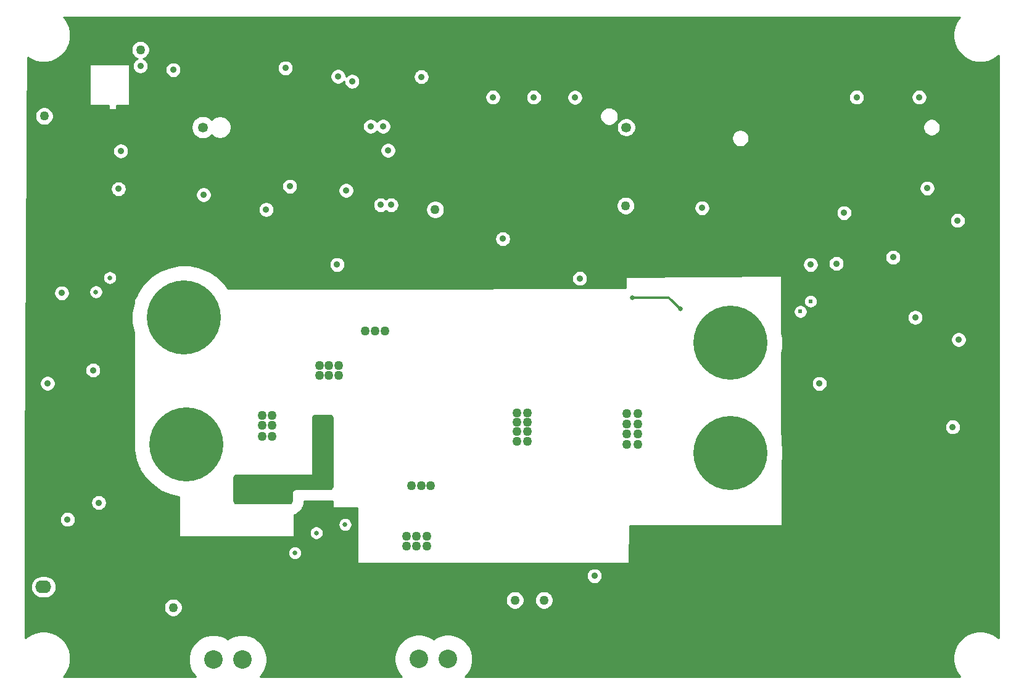
<source format=gbr>
G04 #@! TF.GenerationSoftware,KiCad,Pcbnew,(5.1.9)-1*
G04 #@! TF.CreationDate,2021-02-22T11:59:36-08:00*
G04 #@! TF.ProjectId,UnfolderBuffer,556e666f-6c64-4657-9242-75666665722e,rev?*
G04 #@! TF.SameCoordinates,Original*
G04 #@! TF.FileFunction,Copper,L2,Inr*
G04 #@! TF.FilePolarity,Positive*
%FSLAX46Y46*%
G04 Gerber Fmt 4.6, Leading zero omitted, Abs format (unit mm)*
G04 Created by KiCad (PCBNEW (5.1.9)-1) date 2021-02-22 11:59:36*
%MOMM*%
%LPD*%
G01*
G04 APERTURE LIST*
G04 #@! TA.AperFunction,ComponentPad*
%ADD10O,2.190000X1.740000*%
G04 #@! TD*
G04 #@! TA.AperFunction,ComponentPad*
%ADD11C,1.348000*%
G04 #@! TD*
G04 #@! TA.AperFunction,ComponentPad*
%ADD12C,10.160000*%
G04 #@! TD*
G04 #@! TA.AperFunction,ComponentPad*
%ADD13C,2.540000*%
G04 #@! TD*
G04 #@! TA.AperFunction,ViaPad*
%ADD14C,1.270000*%
G04 #@! TD*
G04 #@! TA.AperFunction,ViaPad*
%ADD15C,0.889000*%
G04 #@! TD*
G04 #@! TA.AperFunction,ViaPad*
%ADD16C,0.635000*%
G04 #@! TD*
G04 #@! TA.AperFunction,ViaPad*
%ADD17C,0.609600*%
G04 #@! TD*
G04 #@! TA.AperFunction,Conductor*
%ADD18C,0.330200*%
G04 #@! TD*
G04 #@! TA.AperFunction,Conductor*
%ADD19C,0.254000*%
G04 #@! TD*
G04 #@! TA.AperFunction,Conductor*
%ADD20C,0.100000*%
G04 #@! TD*
G04 APERTURE END LIST*
D10*
X3200000Y13040000D03*
G04 #@! TA.AperFunction,ComponentPad*
G36*
G01*
X4044442Y9630000D02*
X2355558Y9630000D01*
G75*
G02*
X2105000Y9880558I0J250558D01*
G01*
X2105000Y11119442D01*
G75*
G02*
X2355558Y11370000I250558J0D01*
G01*
X4044442Y11370000D01*
G75*
G02*
X4295000Y11119442I0J-250558D01*
G01*
X4295000Y9880558D01*
G75*
G02*
X4044442Y9630000I-250558J0D01*
G01*
G37*
G04 #@! TD.AperFunction*
D11*
X83180000Y76160000D03*
X25080000Y76160000D03*
D12*
X97450000Y46550000D03*
X97450000Y31450000D03*
X22500000Y50010000D03*
X22790000Y32570000D03*
D13*
X58700000Y3100000D03*
X54737600Y3100000D03*
X30481200Y3060000D03*
X26518800Y3060000D03*
D14*
X53000000Y19950000D03*
X53000000Y18650000D03*
X54400000Y18650000D03*
X43700000Y42100000D03*
X41100000Y42100000D03*
X42400000Y42100000D03*
X43700000Y43400000D03*
X41100000Y43400000D03*
X42400000Y43400000D03*
X55800000Y19950000D03*
X54400000Y19950000D03*
X55800000Y18650000D03*
X55050000Y26900000D03*
X53700000Y26900000D03*
X56350000Y26900000D03*
X47400000Y48150000D03*
X48750000Y48150000D03*
X50050000Y48150000D03*
D15*
X3750000Y41000000D03*
X10000000Y42800000D03*
D14*
X56960000Y64860000D03*
X21000000Y10200000D03*
D15*
X13500000Y67700000D03*
D14*
X3300000Y77700000D03*
D15*
X13800000Y72900000D03*
D16*
X36600000Y18300000D03*
X33800000Y18300000D03*
D15*
X52910000Y69920000D03*
X56600000Y69900000D03*
X55720000Y69910000D03*
X53880000Y69900000D03*
X54800000Y69900000D03*
X32130000Y76400000D03*
X38450000Y80450000D03*
X58469638Y76369638D03*
X70000000Y72300000D03*
X64950000Y72350000D03*
X76200000Y76200000D03*
X105500000Y72700000D03*
X115300000Y76100000D03*
X123300000Y72800000D03*
X116600000Y64300000D03*
X118400000Y64300000D03*
X117500000Y64300000D03*
X44900000Y18300000D03*
X44400000Y17500000D03*
X43900000Y18300000D03*
X10050000Y27550000D03*
X10050000Y26400000D03*
X9200000Y16950000D03*
X89900000Y64500000D03*
X98900000Y58800000D03*
X99900000Y58800000D03*
X100900000Y58800000D03*
D14*
X78819400Y55435414D03*
D16*
X85000000Y60000000D03*
D14*
X69929400Y14541420D03*
D15*
X8600000Y62600000D03*
X17200000Y60500000D03*
X8400000Y59900000D03*
X50100000Y60700000D03*
X62200000Y60100000D03*
X118320000Y56620000D03*
X130669000Y57431000D03*
X44300000Y65700000D03*
X118100000Y52300000D03*
D14*
X69859000Y59641000D03*
D16*
X87100000Y61350000D03*
X88332080Y61332080D03*
X89000000Y61300000D03*
X90948280Y61351720D03*
D15*
X37900000Y84300000D03*
X9100000Y73100000D03*
D14*
X5400000Y73100000D03*
D15*
X34700000Y76100000D03*
X5600000Y60600000D03*
D16*
X34500000Y18300000D03*
D15*
X39500000Y76100000D03*
X46530000Y76130000D03*
D14*
X8600000Y86100000D03*
D15*
X34500000Y82350000D03*
D16*
X35200000Y18300000D03*
X35900000Y18300000D03*
D15*
X39400000Y17300000D03*
X36300000Y11900000D03*
X28200000Y65200000D03*
X11950000Y16950000D03*
X3900000Y29000000D03*
X129100000Y27000000D03*
D16*
X13700000Y78900000D03*
D15*
X39250000Y60100000D03*
X13500000Y24250000D03*
X38580000Y65530000D03*
X46750000Y72750000D03*
X43330000Y79420000D03*
D14*
X66147800Y6247800D03*
D15*
X49500000Y65500000D03*
X5700000Y53400000D03*
X113090000Y64410000D03*
X93590000Y65090000D03*
X50900000Y65500000D03*
X112020000Y57450000D03*
X128670000Y63360000D03*
X66258823Y60841177D03*
D16*
X44600000Y21600000D03*
X40650000Y20450000D03*
D15*
X44750000Y67500000D03*
X45550000Y82450000D03*
X25160000Y66910000D03*
X21000000Y84050000D03*
D14*
X33200000Y36600000D03*
X33200000Y33700000D03*
X33200000Y35200000D03*
X34600000Y36600000D03*
X34600000Y35200000D03*
X34600000Y33700000D03*
X16500000Y86800000D03*
D15*
X64900000Y80300000D03*
X70500000Y80300000D03*
X76130000Y80270000D03*
X123400000Y80300000D03*
X114800000Y80300000D03*
X16500000Y84600000D03*
X78819400Y14541408D03*
X49800000Y76300000D03*
X55050000Y83100000D03*
X76800000Y55400000D03*
X50500000Y73000000D03*
D16*
X37700000Y17700000D03*
D15*
X48100000Y76300000D03*
X43650000Y83150000D03*
X6500000Y22300000D03*
X10800000Y24600000D03*
X108495000Y57300000D03*
X43500000Y57300000D03*
D14*
X71900000Y11200000D03*
X67900000Y11200000D03*
X83100000Y65400000D03*
D17*
X108484440Y52261840D03*
X107089980Y50852140D03*
D16*
X10392660Y53552660D03*
X12300000Y55500000D03*
D14*
X83300000Y35400000D03*
X83300000Y36800000D03*
D16*
X84000000Y52760920D03*
D14*
X83300000Y34000000D03*
X83300000Y32600000D03*
X84800000Y36800000D03*
X84800000Y35400000D03*
X84800000Y34000000D03*
X84800000Y32600000D03*
D16*
X90600000Y51200000D03*
D14*
X68200000Y33050000D03*
X69600000Y33050000D03*
X68200000Y36950000D03*
X68200000Y35650000D03*
X68200000Y34350000D03*
X69600000Y34350000D03*
X69600000Y36950000D03*
X69600000Y35650000D03*
D15*
X122850000Y50030000D03*
X109700000Y40960000D03*
X128000000Y35000000D03*
X36800000Y25900000D03*
D16*
X42500000Y31300000D03*
X42500000Y30600000D03*
X42500000Y29900000D03*
X42500000Y32000000D03*
D15*
X41000000Y36100000D03*
X41000000Y35200000D03*
X41000000Y34300000D03*
X36800000Y25000000D03*
X29900000Y27400000D03*
X29900000Y26400000D03*
X37000000Y68050000D03*
X36400000Y84300000D03*
X124500000Y67800000D03*
X33770000Y64870000D03*
X119800000Y58300000D03*
X128800000Y47000000D03*
D18*
X84000000Y52760920D02*
X86739080Y52760920D01*
X89039080Y52760920D02*
X90600000Y51200000D01*
X86739080Y52760920D02*
X89039080Y52760920D01*
D19*
X128905050Y91175824D02*
X128497176Y90565396D01*
X128216227Y89887126D01*
X128073000Y89167077D01*
X128073000Y88432923D01*
X128216227Y87712874D01*
X128497176Y87034604D01*
X128905050Y86424176D01*
X129424176Y85905050D01*
X130034604Y85497176D01*
X130712874Y85216227D01*
X131432923Y85073000D01*
X132167077Y85073000D01*
X132887126Y85216227D01*
X133565396Y85497176D01*
X134175824Y85905050D01*
X134290001Y86019227D01*
X134290000Y5980774D01*
X134175824Y6094950D01*
X133565396Y6502824D01*
X132887126Y6783773D01*
X132167077Y6927000D01*
X131432923Y6927000D01*
X130712874Y6783773D01*
X130034604Y6502824D01*
X129424176Y6094950D01*
X128905050Y5575824D01*
X128497176Y4965396D01*
X128216227Y4287126D01*
X128073000Y3567077D01*
X128073000Y2832923D01*
X128216227Y2112874D01*
X128497176Y1434604D01*
X128905050Y824176D01*
X129019226Y710000D01*
X61114084Y710000D01*
X61338622Y934538D01*
X61710383Y1490917D01*
X61966456Y2109132D01*
X62097000Y2765425D01*
X62097000Y3434575D01*
X61966456Y4090868D01*
X61710383Y4709083D01*
X61338622Y5265462D01*
X60865462Y5738622D01*
X60309083Y6110383D01*
X59690868Y6366456D01*
X59034575Y6497000D01*
X58365425Y6497000D01*
X57709132Y6366456D01*
X57090917Y6110383D01*
X56718800Y5861742D01*
X56346683Y6110383D01*
X55728468Y6366456D01*
X55072175Y6497000D01*
X54403025Y6497000D01*
X53746732Y6366456D01*
X53128517Y6110383D01*
X52572138Y5738622D01*
X52098978Y5265462D01*
X51727217Y4709083D01*
X51471144Y4090868D01*
X51340600Y3434575D01*
X51340600Y2765425D01*
X51471144Y2109132D01*
X51727217Y1490917D01*
X52098978Y934538D01*
X52323516Y710000D01*
X32935284Y710000D01*
X33119822Y894538D01*
X33491583Y1450917D01*
X33747656Y2069132D01*
X33878200Y2725425D01*
X33878200Y3394575D01*
X33747656Y4050868D01*
X33491583Y4669083D01*
X33119822Y5225462D01*
X32646662Y5698622D01*
X32090283Y6070383D01*
X31472068Y6326456D01*
X30815775Y6457000D01*
X30146625Y6457000D01*
X29490332Y6326456D01*
X28872117Y6070383D01*
X28500000Y5821742D01*
X28127883Y6070383D01*
X27509668Y6326456D01*
X26853375Y6457000D01*
X26184225Y6457000D01*
X25527932Y6326456D01*
X24909717Y6070383D01*
X24353338Y5698622D01*
X23880178Y5225462D01*
X23508417Y4669083D01*
X23252344Y4050868D01*
X23121800Y3394575D01*
X23121800Y2725425D01*
X23252344Y2069132D01*
X23508417Y1450917D01*
X23880178Y894538D01*
X24064716Y710000D01*
X5980774Y710000D01*
X6094950Y824176D01*
X6502824Y1434604D01*
X6783773Y2112874D01*
X6927000Y2832923D01*
X6927000Y3567077D01*
X6783773Y4287126D01*
X6502824Y4965396D01*
X6094950Y5575824D01*
X5575824Y6094950D01*
X4965396Y6502824D01*
X4287126Y6783773D01*
X3567077Y6927000D01*
X2832923Y6927000D01*
X2112874Y6783773D01*
X1434604Y6502824D01*
X824176Y6094950D01*
X710000Y5980774D01*
X710000Y10325084D01*
X19730000Y10325084D01*
X19730000Y10074916D01*
X19778805Y9829555D01*
X19874541Y9598429D01*
X20013527Y9390422D01*
X20190422Y9213527D01*
X20398429Y9074541D01*
X20629555Y8978805D01*
X20874916Y8930000D01*
X21125084Y8930000D01*
X21370445Y8978805D01*
X21601571Y9074541D01*
X21809578Y9213527D01*
X21986473Y9390422D01*
X22125459Y9598429D01*
X22221195Y9829555D01*
X22270000Y10074916D01*
X22270000Y10325084D01*
X22221195Y10570445D01*
X22125459Y10801571D01*
X21986473Y11009578D01*
X21809578Y11186473D01*
X21602133Y11325084D01*
X66630000Y11325084D01*
X66630000Y11074916D01*
X66678805Y10829555D01*
X66774541Y10598429D01*
X66913527Y10390422D01*
X67090422Y10213527D01*
X67298429Y10074541D01*
X67529555Y9978805D01*
X67774916Y9930000D01*
X68025084Y9930000D01*
X68270445Y9978805D01*
X68501571Y10074541D01*
X68709578Y10213527D01*
X68886473Y10390422D01*
X69025459Y10598429D01*
X69121195Y10829555D01*
X69170000Y11074916D01*
X69170000Y11325084D01*
X70630000Y11325084D01*
X70630000Y11074916D01*
X70678805Y10829555D01*
X70774541Y10598429D01*
X70913527Y10390422D01*
X71090422Y10213527D01*
X71298429Y10074541D01*
X71529555Y9978805D01*
X71774916Y9930000D01*
X72025084Y9930000D01*
X72270445Y9978805D01*
X72501571Y10074541D01*
X72709578Y10213527D01*
X72886473Y10390422D01*
X73025459Y10598429D01*
X73121195Y10829555D01*
X73170000Y11074916D01*
X73170000Y11325084D01*
X73121195Y11570445D01*
X73025459Y11801571D01*
X72886473Y12009578D01*
X72709578Y12186473D01*
X72501571Y12325459D01*
X72270445Y12421195D01*
X72025084Y12470000D01*
X71774916Y12470000D01*
X71529555Y12421195D01*
X71298429Y12325459D01*
X71090422Y12186473D01*
X70913527Y12009578D01*
X70774541Y11801571D01*
X70678805Y11570445D01*
X70630000Y11325084D01*
X69170000Y11325084D01*
X69121195Y11570445D01*
X69025459Y11801571D01*
X68886473Y12009578D01*
X68709578Y12186473D01*
X68501571Y12325459D01*
X68270445Y12421195D01*
X68025084Y12470000D01*
X67774916Y12470000D01*
X67529555Y12421195D01*
X67298429Y12325459D01*
X67090422Y12186473D01*
X66913527Y12009578D01*
X66774541Y11801571D01*
X66678805Y11570445D01*
X66630000Y11325084D01*
X21602133Y11325084D01*
X21601571Y11325459D01*
X21370445Y11421195D01*
X21125084Y11470000D01*
X20874916Y11470000D01*
X20629555Y11421195D01*
X20398429Y11325459D01*
X20190422Y11186473D01*
X20013527Y11009578D01*
X19874541Y10801571D01*
X19778805Y10570445D01*
X19730000Y10325084D01*
X710000Y10325084D01*
X710000Y13040000D01*
X1462718Y13040000D01*
X1491776Y12744968D01*
X1577834Y12461275D01*
X1717583Y12199821D01*
X1905655Y11970655D01*
X2134821Y11782583D01*
X2396275Y11642834D01*
X2679968Y11556776D01*
X2901064Y11535000D01*
X3498936Y11535000D01*
X3720032Y11556776D01*
X4003725Y11642834D01*
X4265179Y11782583D01*
X4494345Y11970655D01*
X4682417Y12199821D01*
X4822166Y12461275D01*
X4908224Y12744968D01*
X4937282Y13040000D01*
X4908224Y13335032D01*
X4822166Y13618725D01*
X4682417Y13880179D01*
X4494345Y14109345D01*
X4265179Y14297417D01*
X4003725Y14437166D01*
X3720032Y14523224D01*
X3498936Y14545000D01*
X2901064Y14545000D01*
X2679968Y14523224D01*
X2396275Y14437166D01*
X2134821Y14297417D01*
X1905655Y14109345D01*
X1717583Y13880179D01*
X1577834Y13618725D01*
X1491776Y13335032D01*
X1462718Y13040000D01*
X710000Y13040000D01*
X710000Y14647729D01*
X77739900Y14647729D01*
X77739900Y14435087D01*
X77781385Y14226530D01*
X77862760Y14030073D01*
X77980898Y13853267D01*
X78131259Y13702906D01*
X78308065Y13584768D01*
X78504522Y13503393D01*
X78713079Y13461908D01*
X78925721Y13461908D01*
X79134278Y13503393D01*
X79330735Y13584768D01*
X79507541Y13702906D01*
X79657902Y13853267D01*
X79776040Y14030073D01*
X79857415Y14226530D01*
X79898900Y14435087D01*
X79898900Y14647729D01*
X79857415Y14856286D01*
X79776040Y15052743D01*
X79657902Y15229549D01*
X79507541Y15379910D01*
X79330735Y15498048D01*
X79134278Y15579423D01*
X78925721Y15620908D01*
X78713079Y15620908D01*
X78504522Y15579423D01*
X78308065Y15498048D01*
X78131259Y15379910D01*
X77980898Y15229549D01*
X77862760Y15052743D01*
X77781385Y14856286D01*
X77739900Y14647729D01*
X710000Y14647729D01*
X710000Y17793813D01*
X36747500Y17793813D01*
X36747500Y17606187D01*
X36784104Y17422166D01*
X36855905Y17248822D01*
X36960145Y17092816D01*
X37092816Y16960145D01*
X37248822Y16855905D01*
X37422166Y16784104D01*
X37606187Y16747500D01*
X37793813Y16747500D01*
X37977834Y16784104D01*
X38151178Y16855905D01*
X38307184Y16960145D01*
X38439855Y17092816D01*
X38544095Y17248822D01*
X38615896Y17422166D01*
X38652500Y17606187D01*
X38652500Y17793813D01*
X38615896Y17977834D01*
X38544095Y18151178D01*
X38439855Y18307184D01*
X38307184Y18439855D01*
X38151178Y18544095D01*
X37977834Y18615896D01*
X37793813Y18652500D01*
X37606187Y18652500D01*
X37422166Y18615896D01*
X37248822Y18544095D01*
X37092816Y18439855D01*
X36960145Y18307184D01*
X36855905Y18151178D01*
X36784104Y17977834D01*
X36747500Y17793813D01*
X710000Y17793813D01*
X710000Y22406321D01*
X5420500Y22406321D01*
X5420500Y22193679D01*
X5461985Y21985122D01*
X5543360Y21788665D01*
X5661498Y21611859D01*
X5811859Y21461498D01*
X5988665Y21343360D01*
X6185122Y21261985D01*
X6393679Y21220500D01*
X6606321Y21220500D01*
X6814878Y21261985D01*
X7011335Y21343360D01*
X7188141Y21461498D01*
X7338502Y21611859D01*
X7456640Y21788665D01*
X7538015Y21985122D01*
X7579500Y22193679D01*
X7579500Y22406321D01*
X7538015Y22614878D01*
X7456640Y22811335D01*
X7338502Y22988141D01*
X7188141Y23138502D01*
X7011335Y23256640D01*
X6814878Y23338015D01*
X6606321Y23379500D01*
X6393679Y23379500D01*
X6185122Y23338015D01*
X5988665Y23256640D01*
X5811859Y23138502D01*
X5661498Y22988141D01*
X5543360Y22811335D01*
X5461985Y22614878D01*
X5420500Y22406321D01*
X710000Y22406321D01*
X710000Y24706321D01*
X9720500Y24706321D01*
X9720500Y24493679D01*
X9761985Y24285122D01*
X9843360Y24088665D01*
X9961498Y23911859D01*
X10111859Y23761498D01*
X10288665Y23643360D01*
X10485122Y23561985D01*
X10693679Y23520500D01*
X10906321Y23520500D01*
X11114878Y23561985D01*
X11311335Y23643360D01*
X11488141Y23761498D01*
X11638502Y23911859D01*
X11756640Y24088665D01*
X11838015Y24285122D01*
X11879500Y24493679D01*
X11879500Y24706321D01*
X11838015Y24914878D01*
X11756640Y25111335D01*
X11638502Y25288141D01*
X11488141Y25438502D01*
X11311335Y25556640D01*
X11114878Y25638015D01*
X10906321Y25679500D01*
X10693679Y25679500D01*
X10485122Y25638015D01*
X10288665Y25556640D01*
X10111859Y25438502D01*
X9961498Y25288141D01*
X9843360Y25111335D01*
X9761985Y24914878D01*
X9720500Y24706321D01*
X710000Y24706321D01*
X710000Y33419771D01*
X758258Y41106321D01*
X2670500Y41106321D01*
X2670500Y40893679D01*
X2711985Y40685122D01*
X2793360Y40488665D01*
X2911498Y40311859D01*
X3061859Y40161498D01*
X3238665Y40043360D01*
X3435122Y39961985D01*
X3643679Y39920500D01*
X3856321Y39920500D01*
X4064878Y39961985D01*
X4261335Y40043360D01*
X4438141Y40161498D01*
X4588502Y40311859D01*
X4706640Y40488665D01*
X4788015Y40685122D01*
X4829500Y40893679D01*
X4829500Y41106321D01*
X4788015Y41314878D01*
X4706640Y41511335D01*
X4588502Y41688141D01*
X4438141Y41838502D01*
X4261335Y41956640D01*
X4064878Y42038015D01*
X3856321Y42079500D01*
X3643679Y42079500D01*
X3435122Y42038015D01*
X3238665Y41956640D01*
X3061859Y41838502D01*
X2911498Y41688141D01*
X2793360Y41511335D01*
X2711985Y41314878D01*
X2670500Y41106321D01*
X758258Y41106321D01*
X769558Y42906321D01*
X8920500Y42906321D01*
X8920500Y42693679D01*
X8961985Y42485122D01*
X9043360Y42288665D01*
X9161498Y42111859D01*
X9311859Y41961498D01*
X9488665Y41843360D01*
X9685122Y41761985D01*
X9893679Y41720500D01*
X10106321Y41720500D01*
X10314878Y41761985D01*
X10511335Y41843360D01*
X10688141Y41961498D01*
X10838502Y42111859D01*
X10956640Y42288665D01*
X11038015Y42485122D01*
X11079500Y42693679D01*
X11079500Y42906321D01*
X11038015Y43114878D01*
X10956640Y43311335D01*
X10838502Y43488141D01*
X10688141Y43638502D01*
X10511335Y43756640D01*
X10314878Y43838015D01*
X10106321Y43879500D01*
X9893679Y43879500D01*
X9685122Y43838015D01*
X9488665Y43756640D01*
X9311859Y43638502D01*
X9161498Y43488141D01*
X9043360Y43311335D01*
X8961985Y43114878D01*
X8920500Y42906321D01*
X769558Y42906321D01*
X818614Y50719828D01*
X15293000Y50719828D01*
X15293000Y49300172D01*
X15569961Y47907796D01*
X15604744Y47823823D01*
X15573000Y33000272D01*
X15574932Y32977929D01*
X15583000Y32932210D01*
X15583000Y31860172D01*
X15859961Y30467796D01*
X16135129Y29803482D01*
X16174932Y29577929D01*
X16183260Y29549992D01*
X16195259Y29528178D01*
X16331401Y29329638D01*
X16403239Y29156205D01*
X17191957Y27975805D01*
X18195805Y26971957D01*
X19376205Y26183239D01*
X20687796Y25639961D01*
X21773000Y25424100D01*
X21773000Y20000000D01*
X21775440Y19975224D01*
X21782667Y19951399D01*
X21794403Y19929443D01*
X21810197Y19910197D01*
X21829443Y19894403D01*
X21851399Y19882667D01*
X21875224Y19875440D01*
X21900000Y19873000D01*
X37500000Y19873000D01*
X37524776Y19875440D01*
X37548601Y19882667D01*
X37570557Y19894403D01*
X37589803Y19910197D01*
X37605597Y19929443D01*
X37617333Y19951399D01*
X37624560Y19975224D01*
X37627000Y20000000D01*
X37627000Y20543813D01*
X39697500Y20543813D01*
X39697500Y20356187D01*
X39734104Y20172166D01*
X39805905Y19998822D01*
X39910145Y19842816D01*
X40042816Y19710145D01*
X40198822Y19605905D01*
X40372166Y19534104D01*
X40556187Y19497500D01*
X40743813Y19497500D01*
X40927834Y19534104D01*
X41101178Y19605905D01*
X41257184Y19710145D01*
X41389855Y19842816D01*
X41494095Y19998822D01*
X41565896Y20172166D01*
X41602500Y20356187D01*
X41602500Y20543813D01*
X41565896Y20727834D01*
X41494095Y20901178D01*
X41389855Y21057184D01*
X41257184Y21189855D01*
X41101178Y21294095D01*
X40927834Y21365896D01*
X40743813Y21402500D01*
X40556187Y21402500D01*
X40372166Y21365896D01*
X40198822Y21294095D01*
X40042816Y21189855D01*
X39910145Y21057184D01*
X39805905Y20901178D01*
X39734104Y20727834D01*
X39697500Y20543813D01*
X37627000Y20543813D01*
X37627000Y21693813D01*
X43647500Y21693813D01*
X43647500Y21506187D01*
X43684104Y21322166D01*
X43755905Y21148822D01*
X43860145Y20992816D01*
X43992816Y20860145D01*
X44148822Y20755905D01*
X44322166Y20684104D01*
X44506187Y20647500D01*
X44693813Y20647500D01*
X44877834Y20684104D01*
X45051178Y20755905D01*
X45207184Y20860145D01*
X45339855Y20992816D01*
X45444095Y21148822D01*
X45515896Y21322166D01*
X45552500Y21506187D01*
X45552500Y21693813D01*
X45515896Y21877834D01*
X45444095Y22051178D01*
X45339855Y22207184D01*
X45207184Y22339855D01*
X45051178Y22444095D01*
X44877834Y22515896D01*
X44693813Y22552500D01*
X44506187Y22552500D01*
X44322166Y22515896D01*
X44148822Y22444095D01*
X43992816Y22339855D01*
X43860145Y22207184D01*
X43755905Y22051178D01*
X43684104Y21877834D01*
X43647500Y21693813D01*
X37627000Y21693813D01*
X37627000Y22907177D01*
X37652036Y22913885D01*
X37772626Y22963835D01*
X38140463Y23176207D01*
X38244016Y23255667D01*
X38544333Y23555984D01*
X38623793Y23659537D01*
X38836165Y24027374D01*
X38886115Y24147964D01*
X38996044Y24558226D01*
X39013081Y24687636D01*
X39018676Y24773000D01*
X42500000Y24773000D01*
X42712364Y24786919D01*
X42841774Y24803956D01*
X42873000Y24812323D01*
X42873000Y24000000D01*
X42875440Y23975224D01*
X42882667Y23951399D01*
X42894403Y23929443D01*
X42910197Y23910197D01*
X42929443Y23894403D01*
X42951399Y23882667D01*
X42975224Y23875440D01*
X43000000Y23873000D01*
X46273000Y23873000D01*
X46273000Y16400000D01*
X46275440Y16375224D01*
X46282667Y16351399D01*
X46294403Y16329443D01*
X46310197Y16310197D01*
X46329443Y16294403D01*
X46351399Y16282667D01*
X46375224Y16275440D01*
X46400000Y16273000D01*
X83500000Y16273000D01*
X83523566Y16275206D01*
X83547459Y16282201D01*
X83569529Y16293723D01*
X83588927Y16309330D01*
X83604907Y16328421D01*
X83616855Y16350262D01*
X83624313Y16374015D01*
X83626994Y16398767D01*
X83675773Y21423000D01*
X104450000Y21423000D01*
X104475050Y21425495D01*
X104498859Y21432774D01*
X104520789Y21444559D01*
X104540000Y21460395D01*
X104555751Y21479675D01*
X104567439Y21501657D01*
X104574614Y21525497D01*
X104577000Y21550279D01*
X104557897Y30241950D01*
X104657000Y30740172D01*
X104657000Y32159828D01*
X104552528Y32685044D01*
X104547207Y35106321D01*
X126920500Y35106321D01*
X126920500Y34893679D01*
X126961985Y34685122D01*
X127043360Y34488665D01*
X127161498Y34311859D01*
X127311859Y34161498D01*
X127488665Y34043360D01*
X127685122Y33961985D01*
X127893679Y33920500D01*
X128106321Y33920500D01*
X128314878Y33961985D01*
X128511335Y34043360D01*
X128688141Y34161498D01*
X128838502Y34311859D01*
X128956640Y34488665D01*
X129038015Y34685122D01*
X129079500Y34893679D01*
X129079500Y35106321D01*
X129038015Y35314878D01*
X128956640Y35511335D01*
X128838502Y35688141D01*
X128688141Y35838502D01*
X128511335Y35956640D01*
X128314878Y36038015D01*
X128106321Y36079500D01*
X127893679Y36079500D01*
X127685122Y36038015D01*
X127488665Y35956640D01*
X127311859Y35838502D01*
X127161498Y35688141D01*
X127043360Y35511335D01*
X126961985Y35314878D01*
X126920500Y35106321D01*
X104547207Y35106321D01*
X104534108Y41066321D01*
X108620500Y41066321D01*
X108620500Y40853679D01*
X108661985Y40645122D01*
X108743360Y40448665D01*
X108861498Y40271859D01*
X109011859Y40121498D01*
X109188665Y40003360D01*
X109385122Y39921985D01*
X109593679Y39880500D01*
X109806321Y39880500D01*
X110014878Y39921985D01*
X110211335Y40003360D01*
X110388141Y40121498D01*
X110538502Y40271859D01*
X110656640Y40448665D01*
X110738015Y40645122D01*
X110779500Y40853679D01*
X110779500Y41066321D01*
X110738015Y41274878D01*
X110656640Y41471335D01*
X110538502Y41648141D01*
X110388141Y41798502D01*
X110211335Y41916640D01*
X110014878Y41998015D01*
X109806321Y42039500D01*
X109593679Y42039500D01*
X109385122Y41998015D01*
X109188665Y41916640D01*
X109011859Y41798502D01*
X108861498Y41648141D01*
X108743360Y41471335D01*
X108661985Y41274878D01*
X108620500Y41066321D01*
X104534108Y41066321D01*
X104525073Y45176932D01*
X104657000Y45840172D01*
X104657000Y47106321D01*
X127720500Y47106321D01*
X127720500Y46893679D01*
X127761985Y46685122D01*
X127843360Y46488665D01*
X127961498Y46311859D01*
X128111859Y46161498D01*
X128288665Y46043360D01*
X128485122Y45961985D01*
X128693679Y45920500D01*
X128906321Y45920500D01*
X129114878Y45961985D01*
X129311335Y46043360D01*
X129488141Y46161498D01*
X129638502Y46311859D01*
X129756640Y46488665D01*
X129838015Y46685122D01*
X129879500Y46893679D01*
X129879500Y47106321D01*
X129838015Y47314878D01*
X129756640Y47511335D01*
X129638502Y47688141D01*
X129488141Y47838502D01*
X129311335Y47956640D01*
X129114878Y48038015D01*
X128906321Y48079500D01*
X128693679Y48079500D01*
X128485122Y48038015D01*
X128288665Y47956640D01*
X128111859Y47838502D01*
X127961498Y47688141D01*
X127843360Y47511335D01*
X127761985Y47314878D01*
X127720500Y47106321D01*
X104657000Y47106321D01*
X104657000Y47259828D01*
X104518970Y47953749D01*
X104512397Y50944702D01*
X106150180Y50944702D01*
X106150180Y50759578D01*
X106186296Y50578011D01*
X106257140Y50406978D01*
X106359990Y50253053D01*
X106490893Y50122150D01*
X106644818Y50019300D01*
X106815851Y49948456D01*
X106997418Y49912340D01*
X107182542Y49912340D01*
X107364109Y49948456D01*
X107535142Y50019300D01*
X107689067Y50122150D01*
X107703238Y50136321D01*
X121770500Y50136321D01*
X121770500Y49923679D01*
X121811985Y49715122D01*
X121893360Y49518665D01*
X122011498Y49341859D01*
X122161859Y49191498D01*
X122338665Y49073360D01*
X122535122Y48991985D01*
X122743679Y48950500D01*
X122956321Y48950500D01*
X123164878Y48991985D01*
X123361335Y49073360D01*
X123538141Y49191498D01*
X123688502Y49341859D01*
X123806640Y49518665D01*
X123888015Y49715122D01*
X123929500Y49923679D01*
X123929500Y50136321D01*
X123888015Y50344878D01*
X123806640Y50541335D01*
X123688502Y50718141D01*
X123538141Y50868502D01*
X123361335Y50986640D01*
X123164878Y51068015D01*
X122956321Y51109500D01*
X122743679Y51109500D01*
X122535122Y51068015D01*
X122338665Y50986640D01*
X122161859Y50868502D01*
X122011498Y50718141D01*
X121893360Y50541335D01*
X121811985Y50344878D01*
X121770500Y50136321D01*
X107703238Y50136321D01*
X107819970Y50253053D01*
X107922820Y50406978D01*
X107993664Y50578011D01*
X108029780Y50759578D01*
X108029780Y50944702D01*
X107993664Y51126269D01*
X107922820Y51297302D01*
X107819970Y51451227D01*
X107689067Y51582130D01*
X107535142Y51684980D01*
X107364109Y51755824D01*
X107182542Y51791940D01*
X106997418Y51791940D01*
X106815851Y51755824D01*
X106644818Y51684980D01*
X106490893Y51582130D01*
X106359990Y51451227D01*
X106257140Y51297302D01*
X106186296Y51126269D01*
X106150180Y50944702D01*
X104512397Y50944702D01*
X104509299Y52354402D01*
X107544640Y52354402D01*
X107544640Y52169278D01*
X107580756Y51987711D01*
X107651600Y51816678D01*
X107754450Y51662753D01*
X107885353Y51531850D01*
X108039278Y51429000D01*
X108210311Y51358156D01*
X108391878Y51322040D01*
X108577002Y51322040D01*
X108758569Y51358156D01*
X108929602Y51429000D01*
X109083527Y51531850D01*
X109214430Y51662753D01*
X109317280Y51816678D01*
X109388124Y51987711D01*
X109424240Y52169278D01*
X109424240Y52354402D01*
X109388124Y52535969D01*
X109317280Y52707002D01*
X109214430Y52860927D01*
X109083527Y52991830D01*
X108929602Y53094680D01*
X108758569Y53165524D01*
X108577002Y53201640D01*
X108391878Y53201640D01*
X108210311Y53165524D01*
X108039278Y53094680D01*
X107885353Y52991830D01*
X107754450Y52860927D01*
X107651600Y52707002D01*
X107580756Y52535969D01*
X107544640Y52354402D01*
X104509299Y52354402D01*
X104502000Y55675279D01*
X104499351Y55700805D01*
X104491927Y55724569D01*
X104480010Y55746428D01*
X104464057Y55765542D01*
X104444682Y55781176D01*
X104422629Y55792730D01*
X104398746Y55799760D01*
X104373950Y55801996D01*
X83198956Y55626996D01*
X83175231Y55624560D01*
X83151406Y55617333D01*
X83129449Y55605597D01*
X83110204Y55589803D01*
X83094410Y55570558D01*
X83082674Y55548602D01*
X83075446Y55524777D01*
X83073006Y55500001D01*
X83072995Y54126656D01*
X46399655Y54027000D01*
X28483712Y54027000D01*
X28098043Y54604195D01*
X27195917Y55506321D01*
X75720500Y55506321D01*
X75720500Y55293679D01*
X75761985Y55085122D01*
X75843360Y54888665D01*
X75961498Y54711859D01*
X76111859Y54561498D01*
X76288665Y54443360D01*
X76485122Y54361985D01*
X76693679Y54320500D01*
X76906321Y54320500D01*
X77114878Y54361985D01*
X77311335Y54443360D01*
X77488141Y54561498D01*
X77638502Y54711859D01*
X77756640Y54888665D01*
X77838015Y55085122D01*
X77879500Y55293679D01*
X77879500Y55506321D01*
X77838015Y55714878D01*
X77756640Y55911335D01*
X77638502Y56088141D01*
X77488141Y56238502D01*
X77311335Y56356640D01*
X77114878Y56438015D01*
X76906321Y56479500D01*
X76693679Y56479500D01*
X76485122Y56438015D01*
X76288665Y56356640D01*
X76111859Y56238502D01*
X75961498Y56088141D01*
X75843360Y55911335D01*
X75761985Y55714878D01*
X75720500Y55506321D01*
X27195917Y55506321D01*
X27094195Y55608043D01*
X26678846Y55885570D01*
X26581258Y55987726D01*
X26565548Y56001659D01*
X26544252Y56014556D01*
X26338253Y56113147D01*
X25913795Y56396761D01*
X24664046Y56914423D01*
X24454826Y57014556D01*
X24434317Y57022276D01*
X24409803Y57026621D01*
X24012155Y57057407D01*
X23209828Y57217000D01*
X21790172Y57217000D01*
X20397796Y56940039D01*
X19511857Y56573071D01*
X19318181Y56522949D01*
X19291849Y56512905D01*
X19270940Y56499390D01*
X19202455Y56444913D01*
X19086205Y56396761D01*
X17905805Y55608043D01*
X16901957Y54604195D01*
X16113239Y53423795D01*
X15928092Y52976810D01*
X15634690Y52518486D01*
X15624423Y52498866D01*
X15617145Y52475057D01*
X15614651Y52450286D01*
X15614155Y52218899D01*
X15569961Y52112204D01*
X15293000Y50719828D01*
X818614Y50719828D01*
X836109Y53506321D01*
X4620500Y53506321D01*
X4620500Y53293679D01*
X4661985Y53085122D01*
X4743360Y52888665D01*
X4861498Y52711859D01*
X5011859Y52561498D01*
X5188665Y52443360D01*
X5385122Y52361985D01*
X5593679Y52320500D01*
X5806321Y52320500D01*
X6014878Y52361985D01*
X6211335Y52443360D01*
X6388141Y52561498D01*
X6538502Y52711859D01*
X6656640Y52888665D01*
X6738015Y53085122D01*
X6779500Y53293679D01*
X6779500Y53506321D01*
X6751622Y53646473D01*
X9440160Y53646473D01*
X9440160Y53458847D01*
X9476764Y53274826D01*
X9548565Y53101482D01*
X9652805Y52945476D01*
X9785476Y52812805D01*
X9941482Y52708565D01*
X10114826Y52636764D01*
X10298847Y52600160D01*
X10486473Y52600160D01*
X10670494Y52636764D01*
X10843838Y52708565D01*
X10999844Y52812805D01*
X11132515Y52945476D01*
X11236755Y53101482D01*
X11308556Y53274826D01*
X11345160Y53458847D01*
X11345160Y53646473D01*
X11308556Y53830494D01*
X11236755Y54003838D01*
X11132515Y54159844D01*
X10999844Y54292515D01*
X10843838Y54396755D01*
X10670494Y54468556D01*
X10486473Y54505160D01*
X10298847Y54505160D01*
X10114826Y54468556D01*
X9941482Y54396755D01*
X9785476Y54292515D01*
X9652805Y54159844D01*
X9548565Y54003838D01*
X9476764Y53830494D01*
X9440160Y53646473D01*
X6751622Y53646473D01*
X6738015Y53714878D01*
X6656640Y53911335D01*
X6538502Y54088141D01*
X6388141Y54238502D01*
X6211335Y54356640D01*
X6014878Y54438015D01*
X5806321Y54479500D01*
X5593679Y54479500D01*
X5385122Y54438015D01*
X5188665Y54356640D01*
X5011859Y54238502D01*
X4861498Y54088141D01*
X4743360Y53911335D01*
X4661985Y53714878D01*
X4620500Y53506321D01*
X836109Y53506321D01*
X849215Y55593813D01*
X11347500Y55593813D01*
X11347500Y55406187D01*
X11384104Y55222166D01*
X11455905Y55048822D01*
X11560145Y54892816D01*
X11692816Y54760145D01*
X11848822Y54655905D01*
X12022166Y54584104D01*
X12206187Y54547500D01*
X12393813Y54547500D01*
X12577834Y54584104D01*
X12751178Y54655905D01*
X12907184Y54760145D01*
X13039855Y54892816D01*
X13144095Y55048822D01*
X13215896Y55222166D01*
X13252500Y55406187D01*
X13252500Y55593813D01*
X13215896Y55777834D01*
X13144095Y55951178D01*
X13039855Y56107184D01*
X12907184Y56239855D01*
X12751178Y56344095D01*
X12577834Y56415896D01*
X12393813Y56452500D01*
X12206187Y56452500D01*
X12022166Y56415896D01*
X11848822Y56344095D01*
X11692816Y56239855D01*
X11560145Y56107184D01*
X11455905Y55951178D01*
X11384104Y55777834D01*
X11347500Y55593813D01*
X849215Y55593813D01*
X860594Y57406321D01*
X42420500Y57406321D01*
X42420500Y57193679D01*
X42461985Y56985122D01*
X42543360Y56788665D01*
X42661498Y56611859D01*
X42811859Y56461498D01*
X42988665Y56343360D01*
X43185122Y56261985D01*
X43393679Y56220500D01*
X43606321Y56220500D01*
X43814878Y56261985D01*
X44011335Y56343360D01*
X44188141Y56461498D01*
X44338502Y56611859D01*
X44456640Y56788665D01*
X44538015Y56985122D01*
X44579500Y57193679D01*
X44579500Y57406321D01*
X107415500Y57406321D01*
X107415500Y57193679D01*
X107456985Y56985122D01*
X107538360Y56788665D01*
X107656498Y56611859D01*
X107806859Y56461498D01*
X107983665Y56343360D01*
X108180122Y56261985D01*
X108388679Y56220500D01*
X108601321Y56220500D01*
X108809878Y56261985D01*
X109006335Y56343360D01*
X109183141Y56461498D01*
X109333502Y56611859D01*
X109451640Y56788665D01*
X109533015Y56985122D01*
X109574500Y57193679D01*
X109574500Y57406321D01*
X109544663Y57556321D01*
X110940500Y57556321D01*
X110940500Y57343679D01*
X110981985Y57135122D01*
X111063360Y56938665D01*
X111181498Y56761859D01*
X111331859Y56611498D01*
X111508665Y56493360D01*
X111705122Y56411985D01*
X111913679Y56370500D01*
X112126321Y56370500D01*
X112334878Y56411985D01*
X112531335Y56493360D01*
X112708141Y56611498D01*
X112858502Y56761859D01*
X112976640Y56938665D01*
X113058015Y57135122D01*
X113099500Y57343679D01*
X113099500Y57556321D01*
X113058015Y57764878D01*
X112976640Y57961335D01*
X112858502Y58138141D01*
X112708141Y58288502D01*
X112531813Y58406321D01*
X118720500Y58406321D01*
X118720500Y58193679D01*
X118761985Y57985122D01*
X118843360Y57788665D01*
X118961498Y57611859D01*
X119111859Y57461498D01*
X119288665Y57343360D01*
X119485122Y57261985D01*
X119693679Y57220500D01*
X119906321Y57220500D01*
X120114878Y57261985D01*
X120311335Y57343360D01*
X120488141Y57461498D01*
X120638502Y57611859D01*
X120756640Y57788665D01*
X120838015Y57985122D01*
X120879500Y58193679D01*
X120879500Y58406321D01*
X120838015Y58614878D01*
X120756640Y58811335D01*
X120638502Y58988141D01*
X120488141Y59138502D01*
X120311335Y59256640D01*
X120114878Y59338015D01*
X119906321Y59379500D01*
X119693679Y59379500D01*
X119485122Y59338015D01*
X119288665Y59256640D01*
X119111859Y59138502D01*
X118961498Y58988141D01*
X118843360Y58811335D01*
X118761985Y58614878D01*
X118720500Y58406321D01*
X112531813Y58406321D01*
X112531335Y58406640D01*
X112334878Y58488015D01*
X112126321Y58529500D01*
X111913679Y58529500D01*
X111705122Y58488015D01*
X111508665Y58406640D01*
X111331859Y58288502D01*
X111181498Y58138141D01*
X111063360Y57961335D01*
X110981985Y57764878D01*
X110940500Y57556321D01*
X109544663Y57556321D01*
X109533015Y57614878D01*
X109451640Y57811335D01*
X109333502Y57988141D01*
X109183141Y58138502D01*
X109006335Y58256640D01*
X108809878Y58338015D01*
X108601321Y58379500D01*
X108388679Y58379500D01*
X108180122Y58338015D01*
X107983665Y58256640D01*
X107806859Y58138502D01*
X107656498Y57988141D01*
X107538360Y57811335D01*
X107456985Y57614878D01*
X107415500Y57406321D01*
X44579500Y57406321D01*
X44538015Y57614878D01*
X44456640Y57811335D01*
X44338502Y57988141D01*
X44188141Y58138502D01*
X44011335Y58256640D01*
X43814878Y58338015D01*
X43606321Y58379500D01*
X43393679Y58379500D01*
X43185122Y58338015D01*
X42988665Y58256640D01*
X42811859Y58138502D01*
X42661498Y57988141D01*
X42543360Y57811335D01*
X42461985Y57614878D01*
X42420500Y57406321D01*
X860594Y57406321D01*
X882827Y60947498D01*
X65179323Y60947498D01*
X65179323Y60734856D01*
X65220808Y60526299D01*
X65302183Y60329842D01*
X65420321Y60153036D01*
X65570682Y60002675D01*
X65747488Y59884537D01*
X65943945Y59803162D01*
X66152502Y59761677D01*
X66365144Y59761677D01*
X66573701Y59803162D01*
X66770158Y59884537D01*
X66946964Y60002675D01*
X67097325Y60153036D01*
X67215463Y60329842D01*
X67296838Y60526299D01*
X67338323Y60734856D01*
X67338323Y60947498D01*
X67296838Y61156055D01*
X67215463Y61352512D01*
X67097325Y61529318D01*
X66946964Y61679679D01*
X66770158Y61797817D01*
X66573701Y61879192D01*
X66365144Y61920677D01*
X66152502Y61920677D01*
X65943945Y61879192D01*
X65747488Y61797817D01*
X65570682Y61679679D01*
X65420321Y61529318D01*
X65302183Y61352512D01*
X65220808Y61156055D01*
X65179323Y60947498D01*
X882827Y60947498D01*
X908122Y64976321D01*
X32690500Y64976321D01*
X32690500Y64763679D01*
X32731985Y64555122D01*
X32813360Y64358665D01*
X32931498Y64181859D01*
X33081859Y64031498D01*
X33258665Y63913360D01*
X33455122Y63831985D01*
X33663679Y63790500D01*
X33876321Y63790500D01*
X34084878Y63831985D01*
X34281335Y63913360D01*
X34458141Y64031498D01*
X34608502Y64181859D01*
X34726640Y64358665D01*
X34808015Y64555122D01*
X34849500Y64763679D01*
X34849500Y64976321D01*
X34808015Y65184878D01*
X34726640Y65381335D01*
X34608502Y65558141D01*
X34560322Y65606321D01*
X48420500Y65606321D01*
X48420500Y65393679D01*
X48461985Y65185122D01*
X48543360Y64988665D01*
X48661498Y64811859D01*
X48811859Y64661498D01*
X48988665Y64543360D01*
X49185122Y64461985D01*
X49393679Y64420500D01*
X49606321Y64420500D01*
X49814878Y64461985D01*
X50011335Y64543360D01*
X50188141Y64661498D01*
X50200000Y64673357D01*
X50211859Y64661498D01*
X50388665Y64543360D01*
X50585122Y64461985D01*
X50793679Y64420500D01*
X51006321Y64420500D01*
X51214878Y64461985D01*
X51411335Y64543360D01*
X51588141Y64661498D01*
X51738502Y64811859D01*
X51854247Y64985084D01*
X55690000Y64985084D01*
X55690000Y64734916D01*
X55738805Y64489555D01*
X55834541Y64258429D01*
X55973527Y64050422D01*
X56150422Y63873527D01*
X56358429Y63734541D01*
X56589555Y63638805D01*
X56834916Y63590000D01*
X57085084Y63590000D01*
X57330445Y63638805D01*
X57561571Y63734541D01*
X57769578Y63873527D01*
X57946473Y64050422D01*
X58085459Y64258429D01*
X58181195Y64489555D01*
X58230000Y64734916D01*
X58230000Y64985084D01*
X58181195Y65230445D01*
X58085459Y65461571D01*
X58043021Y65525084D01*
X81830000Y65525084D01*
X81830000Y65274916D01*
X81878805Y65029555D01*
X81974541Y64798429D01*
X82113527Y64590422D01*
X82290422Y64413527D01*
X82498429Y64274541D01*
X82729555Y64178805D01*
X82974916Y64130000D01*
X83225084Y64130000D01*
X83470445Y64178805D01*
X83701571Y64274541D01*
X83909578Y64413527D01*
X84086473Y64590422D01*
X84225459Y64798429D01*
X84321195Y65029555D01*
X84354366Y65196321D01*
X92510500Y65196321D01*
X92510500Y64983679D01*
X92551985Y64775122D01*
X92633360Y64578665D01*
X92751498Y64401859D01*
X92901859Y64251498D01*
X93078665Y64133360D01*
X93275122Y64051985D01*
X93483679Y64010500D01*
X93696321Y64010500D01*
X93904878Y64051985D01*
X94101335Y64133360D01*
X94278141Y64251498D01*
X94428502Y64401859D01*
X94504983Y64516321D01*
X112010500Y64516321D01*
X112010500Y64303679D01*
X112051985Y64095122D01*
X112133360Y63898665D01*
X112251498Y63721859D01*
X112401859Y63571498D01*
X112578665Y63453360D01*
X112775122Y63371985D01*
X112983679Y63330500D01*
X113196321Y63330500D01*
X113404878Y63371985D01*
X113601335Y63453360D01*
X113620732Y63466321D01*
X127590500Y63466321D01*
X127590500Y63253679D01*
X127631985Y63045122D01*
X127713360Y62848665D01*
X127831498Y62671859D01*
X127981859Y62521498D01*
X128158665Y62403360D01*
X128355122Y62321985D01*
X128563679Y62280500D01*
X128776321Y62280500D01*
X128984878Y62321985D01*
X129181335Y62403360D01*
X129358141Y62521498D01*
X129508502Y62671859D01*
X129626640Y62848665D01*
X129708015Y63045122D01*
X129749500Y63253679D01*
X129749500Y63466321D01*
X129708015Y63674878D01*
X129626640Y63871335D01*
X129508502Y64048141D01*
X129358141Y64198502D01*
X129181335Y64316640D01*
X128984878Y64398015D01*
X128776321Y64439500D01*
X128563679Y64439500D01*
X128355122Y64398015D01*
X128158665Y64316640D01*
X127981859Y64198502D01*
X127831498Y64048141D01*
X127713360Y63871335D01*
X127631985Y63674878D01*
X127590500Y63466321D01*
X113620732Y63466321D01*
X113778141Y63571498D01*
X113928502Y63721859D01*
X114046640Y63898665D01*
X114128015Y64095122D01*
X114169500Y64303679D01*
X114169500Y64516321D01*
X114128015Y64724878D01*
X114046640Y64921335D01*
X113928502Y65098141D01*
X113778141Y65248502D01*
X113601335Y65366640D01*
X113404878Y65448015D01*
X113196321Y65489500D01*
X112983679Y65489500D01*
X112775122Y65448015D01*
X112578665Y65366640D01*
X112401859Y65248502D01*
X112251498Y65098141D01*
X112133360Y64921335D01*
X112051985Y64724878D01*
X112010500Y64516321D01*
X94504983Y64516321D01*
X94546640Y64578665D01*
X94628015Y64775122D01*
X94669500Y64983679D01*
X94669500Y65196321D01*
X94628015Y65404878D01*
X94546640Y65601335D01*
X94428502Y65778141D01*
X94278141Y65928502D01*
X94101335Y66046640D01*
X93904878Y66128015D01*
X93696321Y66169500D01*
X93483679Y66169500D01*
X93275122Y66128015D01*
X93078665Y66046640D01*
X92901859Y65928502D01*
X92751498Y65778141D01*
X92633360Y65601335D01*
X92551985Y65404878D01*
X92510500Y65196321D01*
X84354366Y65196321D01*
X84370000Y65274916D01*
X84370000Y65525084D01*
X84321195Y65770445D01*
X84225459Y66001571D01*
X84086473Y66209578D01*
X83909578Y66386473D01*
X83701571Y66525459D01*
X83470445Y66621195D01*
X83225084Y66670000D01*
X82974916Y66670000D01*
X82729555Y66621195D01*
X82498429Y66525459D01*
X82290422Y66386473D01*
X82113527Y66209578D01*
X81974541Y66001571D01*
X81878805Y65770445D01*
X81830000Y65525084D01*
X58043021Y65525084D01*
X57946473Y65669578D01*
X57769578Y65846473D01*
X57561571Y65985459D01*
X57330445Y66081195D01*
X57085084Y66130000D01*
X56834916Y66130000D01*
X56589555Y66081195D01*
X56358429Y65985459D01*
X56150422Y65846473D01*
X55973527Y65669578D01*
X55834541Y65461571D01*
X55738805Y65230445D01*
X55690000Y64985084D01*
X51854247Y64985084D01*
X51856640Y64988665D01*
X51938015Y65185122D01*
X51979500Y65393679D01*
X51979500Y65606321D01*
X51938015Y65814878D01*
X51856640Y66011335D01*
X51738502Y66188141D01*
X51588141Y66338502D01*
X51411335Y66456640D01*
X51214878Y66538015D01*
X51006321Y66579500D01*
X50793679Y66579500D01*
X50585122Y66538015D01*
X50388665Y66456640D01*
X50211859Y66338502D01*
X50200000Y66326643D01*
X50188141Y66338502D01*
X50011335Y66456640D01*
X49814878Y66538015D01*
X49606321Y66579500D01*
X49393679Y66579500D01*
X49185122Y66538015D01*
X48988665Y66456640D01*
X48811859Y66338502D01*
X48661498Y66188141D01*
X48543360Y66011335D01*
X48461985Y65814878D01*
X48420500Y65606321D01*
X34560322Y65606321D01*
X34458141Y65708502D01*
X34281335Y65826640D01*
X34084878Y65908015D01*
X33876321Y65949500D01*
X33663679Y65949500D01*
X33455122Y65908015D01*
X33258665Y65826640D01*
X33081859Y65708502D01*
X32931498Y65558141D01*
X32813360Y65381335D01*
X32731985Y65184878D01*
X32690500Y64976321D01*
X908122Y64976321D01*
X925890Y67806321D01*
X12420500Y67806321D01*
X12420500Y67593679D01*
X12461985Y67385122D01*
X12543360Y67188665D01*
X12661498Y67011859D01*
X12811859Y66861498D01*
X12988665Y66743360D01*
X13185122Y66661985D01*
X13393679Y66620500D01*
X13606321Y66620500D01*
X13814878Y66661985D01*
X14011335Y66743360D01*
X14188141Y66861498D01*
X14338502Y67011859D01*
X14341483Y67016321D01*
X24080500Y67016321D01*
X24080500Y66803679D01*
X24121985Y66595122D01*
X24203360Y66398665D01*
X24321498Y66221859D01*
X24471859Y66071498D01*
X24648665Y65953360D01*
X24845122Y65871985D01*
X25053679Y65830500D01*
X25266321Y65830500D01*
X25474878Y65871985D01*
X25671335Y65953360D01*
X25848141Y66071498D01*
X25998502Y66221859D01*
X26116640Y66398665D01*
X26198015Y66595122D01*
X26239500Y66803679D01*
X26239500Y67016321D01*
X26198015Y67224878D01*
X26116640Y67421335D01*
X25998502Y67598141D01*
X25848141Y67748502D01*
X25671335Y67866640D01*
X25474878Y67948015D01*
X25266321Y67989500D01*
X25053679Y67989500D01*
X24845122Y67948015D01*
X24648665Y67866640D01*
X24471859Y67748502D01*
X24321498Y67598141D01*
X24203360Y67421335D01*
X24121985Y67224878D01*
X24080500Y67016321D01*
X14341483Y67016321D01*
X14456640Y67188665D01*
X14538015Y67385122D01*
X14579500Y67593679D01*
X14579500Y67806321D01*
X14538015Y68014878D01*
X14479428Y68156321D01*
X35920500Y68156321D01*
X35920500Y67943679D01*
X35961985Y67735122D01*
X36043360Y67538665D01*
X36161498Y67361859D01*
X36311859Y67211498D01*
X36488665Y67093360D01*
X36685122Y67011985D01*
X36893679Y66970500D01*
X37106321Y66970500D01*
X37314878Y67011985D01*
X37511335Y67093360D01*
X37688141Y67211498D01*
X37838502Y67361859D01*
X37956640Y67538665D01*
X37984663Y67606321D01*
X43670500Y67606321D01*
X43670500Y67393679D01*
X43711985Y67185122D01*
X43793360Y66988665D01*
X43911498Y66811859D01*
X44061859Y66661498D01*
X44238665Y66543360D01*
X44435122Y66461985D01*
X44643679Y66420500D01*
X44856321Y66420500D01*
X45064878Y66461985D01*
X45261335Y66543360D01*
X45438141Y66661498D01*
X45588502Y66811859D01*
X45706640Y66988665D01*
X45788015Y67185122D01*
X45829500Y67393679D01*
X45829500Y67606321D01*
X45788015Y67814878D01*
X45750139Y67906321D01*
X123420500Y67906321D01*
X123420500Y67693679D01*
X123461985Y67485122D01*
X123543360Y67288665D01*
X123661498Y67111859D01*
X123811859Y66961498D01*
X123988665Y66843360D01*
X124185122Y66761985D01*
X124393679Y66720500D01*
X124606321Y66720500D01*
X124814878Y66761985D01*
X125011335Y66843360D01*
X125188141Y66961498D01*
X125338502Y67111859D01*
X125456640Y67288665D01*
X125538015Y67485122D01*
X125579500Y67693679D01*
X125579500Y67906321D01*
X125538015Y68114878D01*
X125456640Y68311335D01*
X125338502Y68488141D01*
X125188141Y68638502D01*
X125011335Y68756640D01*
X124814878Y68838015D01*
X124606321Y68879500D01*
X124393679Y68879500D01*
X124185122Y68838015D01*
X123988665Y68756640D01*
X123811859Y68638502D01*
X123661498Y68488141D01*
X123543360Y68311335D01*
X123461985Y68114878D01*
X123420500Y67906321D01*
X45750139Y67906321D01*
X45706640Y68011335D01*
X45588502Y68188141D01*
X45438141Y68338502D01*
X45261335Y68456640D01*
X45064878Y68538015D01*
X44856321Y68579500D01*
X44643679Y68579500D01*
X44435122Y68538015D01*
X44238665Y68456640D01*
X44061859Y68338502D01*
X43911498Y68188141D01*
X43793360Y68011335D01*
X43711985Y67814878D01*
X43670500Y67606321D01*
X37984663Y67606321D01*
X38038015Y67735122D01*
X38079500Y67943679D01*
X38079500Y68156321D01*
X38038015Y68364878D01*
X37956640Y68561335D01*
X37838502Y68738141D01*
X37688141Y68888502D01*
X37511335Y69006640D01*
X37314878Y69088015D01*
X37106321Y69129500D01*
X36893679Y69129500D01*
X36685122Y69088015D01*
X36488665Y69006640D01*
X36311859Y68888502D01*
X36161498Y68738141D01*
X36043360Y68561335D01*
X35961985Y68364878D01*
X35920500Y68156321D01*
X14479428Y68156321D01*
X14456640Y68211335D01*
X14338502Y68388141D01*
X14188141Y68538502D01*
X14011335Y68656640D01*
X13814878Y68738015D01*
X13606321Y68779500D01*
X13393679Y68779500D01*
X13185122Y68738015D01*
X12988665Y68656640D01*
X12811859Y68538502D01*
X12661498Y68388141D01*
X12543360Y68211335D01*
X12461985Y68014878D01*
X12420500Y67806321D01*
X925890Y67806321D01*
X958537Y73006321D01*
X12720500Y73006321D01*
X12720500Y72793679D01*
X12761985Y72585122D01*
X12843360Y72388665D01*
X12961498Y72211859D01*
X13111859Y72061498D01*
X13288665Y71943360D01*
X13485122Y71861985D01*
X13693679Y71820500D01*
X13906321Y71820500D01*
X14114878Y71861985D01*
X14311335Y71943360D01*
X14488141Y72061498D01*
X14638502Y72211859D01*
X14756640Y72388665D01*
X14838015Y72585122D01*
X14879500Y72793679D01*
X14879500Y73006321D01*
X14859609Y73106321D01*
X49420500Y73106321D01*
X49420500Y72893679D01*
X49461985Y72685122D01*
X49543360Y72488665D01*
X49661498Y72311859D01*
X49811859Y72161498D01*
X49988665Y72043360D01*
X50185122Y71961985D01*
X50393679Y71920500D01*
X50606321Y71920500D01*
X50814878Y71961985D01*
X51011335Y72043360D01*
X51188141Y72161498D01*
X51338502Y72311859D01*
X51456640Y72488665D01*
X51538015Y72685122D01*
X51579500Y72893679D01*
X51579500Y73106321D01*
X51538015Y73314878D01*
X51456640Y73511335D01*
X51338502Y73688141D01*
X51188141Y73838502D01*
X51011335Y73956640D01*
X50814878Y74038015D01*
X50606321Y74079500D01*
X50393679Y74079500D01*
X50185122Y74038015D01*
X49988665Y73956640D01*
X49811859Y73838502D01*
X49661498Y73688141D01*
X49543360Y73511335D01*
X49461985Y73314878D01*
X49420500Y73106321D01*
X14859609Y73106321D01*
X14838015Y73214878D01*
X14756640Y73411335D01*
X14638502Y73588141D01*
X14488141Y73738502D01*
X14311335Y73856640D01*
X14114878Y73938015D01*
X13906321Y73979500D01*
X13693679Y73979500D01*
X13485122Y73938015D01*
X13288665Y73856640D01*
X13111859Y73738502D01*
X12961498Y73588141D01*
X12843360Y73411335D01*
X12761985Y73214878D01*
X12720500Y73006321D01*
X958537Y73006321D01*
X979327Y76317685D01*
X23479000Y76317685D01*
X23479000Y76002315D01*
X23540525Y75693005D01*
X23661212Y75401642D01*
X23836422Y75139422D01*
X24059422Y74916422D01*
X24321642Y74741212D01*
X24613005Y74620525D01*
X24922315Y74559000D01*
X25237685Y74559000D01*
X25546995Y74620525D01*
X25838358Y74741212D01*
X26100578Y74916422D01*
X26282577Y75098421D01*
X26434283Y74946715D01*
X26690115Y74775773D01*
X26974381Y74658027D01*
X27276156Y74598000D01*
X27583844Y74598000D01*
X27885619Y74658027D01*
X28169885Y74775773D01*
X28172764Y74777697D01*
X97655000Y74777697D01*
X97655000Y74542303D01*
X97700923Y74311431D01*
X97791005Y74093955D01*
X97921783Y73898232D01*
X98088232Y73731783D01*
X98283955Y73601005D01*
X98501431Y73510923D01*
X98732303Y73465000D01*
X98967697Y73465000D01*
X99198569Y73510923D01*
X99416045Y73601005D01*
X99611768Y73731783D01*
X99778217Y73898232D01*
X99908995Y74093955D01*
X99999077Y74311431D01*
X100045000Y74542303D01*
X100045000Y74777697D01*
X99999077Y75008569D01*
X99908995Y75226045D01*
X99778217Y75421768D01*
X99611768Y75588217D01*
X99416045Y75718995D01*
X99198569Y75809077D01*
X98967697Y75855000D01*
X98732303Y75855000D01*
X98501431Y75809077D01*
X98283955Y75718995D01*
X98088232Y75588217D01*
X97921783Y75421768D01*
X97791005Y75226045D01*
X97700923Y75008569D01*
X97655000Y74777697D01*
X28172764Y74777697D01*
X28425717Y74946715D01*
X28643285Y75164283D01*
X28814227Y75420115D01*
X28931973Y75704381D01*
X28992000Y76006156D01*
X28992000Y76313844D01*
X28973606Y76406321D01*
X47020500Y76406321D01*
X47020500Y76193679D01*
X47061985Y75985122D01*
X47143360Y75788665D01*
X47261498Y75611859D01*
X47411859Y75461498D01*
X47588665Y75343360D01*
X47785122Y75261985D01*
X47993679Y75220500D01*
X48206321Y75220500D01*
X48414878Y75261985D01*
X48611335Y75343360D01*
X48788141Y75461498D01*
X48938502Y75611859D01*
X48950000Y75629067D01*
X48961498Y75611859D01*
X49111859Y75461498D01*
X49288665Y75343360D01*
X49485122Y75261985D01*
X49693679Y75220500D01*
X49906321Y75220500D01*
X50114878Y75261985D01*
X50311335Y75343360D01*
X50488141Y75461498D01*
X50638502Y75611859D01*
X50756640Y75788665D01*
X50838015Y75985122D01*
X50879500Y76193679D01*
X50879500Y76288925D01*
X81871000Y76288925D01*
X81871000Y76031075D01*
X81921304Y75778179D01*
X82019979Y75539956D01*
X82163233Y75325561D01*
X82345561Y75143233D01*
X82559956Y74999979D01*
X82798179Y74901304D01*
X83051075Y74851000D01*
X83308925Y74851000D01*
X83561821Y74901304D01*
X83800044Y74999979D01*
X84014439Y75143233D01*
X84196767Y75325561D01*
X84340021Y75539956D01*
X84438696Y75778179D01*
X84489000Y76031075D01*
X84489000Y76277697D01*
X123905000Y76277697D01*
X123905000Y76042303D01*
X123950923Y75811431D01*
X124041005Y75593955D01*
X124171783Y75398232D01*
X124338232Y75231783D01*
X124533955Y75101005D01*
X124751431Y75010923D01*
X124982303Y74965000D01*
X125217697Y74965000D01*
X125448569Y75010923D01*
X125666045Y75101005D01*
X125861768Y75231783D01*
X126028217Y75398232D01*
X126158995Y75593955D01*
X126249077Y75811431D01*
X126295000Y76042303D01*
X126295000Y76277697D01*
X126249077Y76508569D01*
X126158995Y76726045D01*
X126028217Y76921768D01*
X125861768Y77088217D01*
X125666045Y77218995D01*
X125448569Y77309077D01*
X125217697Y77355000D01*
X124982303Y77355000D01*
X124751431Y77309077D01*
X124533955Y77218995D01*
X124338232Y77088217D01*
X124171783Y76921768D01*
X124041005Y76726045D01*
X123950923Y76508569D01*
X123905000Y76277697D01*
X84489000Y76277697D01*
X84489000Y76288925D01*
X84438696Y76541821D01*
X84340021Y76780044D01*
X84196767Y76994439D01*
X84014439Y77176767D01*
X83800044Y77320021D01*
X83561821Y77418696D01*
X83308925Y77469000D01*
X83051075Y77469000D01*
X82798179Y77418696D01*
X82559956Y77320021D01*
X82345561Y77176767D01*
X82163233Y76994439D01*
X82019979Y76780044D01*
X81921304Y76541821D01*
X81871000Y76288925D01*
X50879500Y76288925D01*
X50879500Y76406321D01*
X50838015Y76614878D01*
X50756640Y76811335D01*
X50638502Y76988141D01*
X50488141Y77138502D01*
X50311335Y77256640D01*
X50114878Y77338015D01*
X49906321Y77379500D01*
X49693679Y77379500D01*
X49485122Y77338015D01*
X49288665Y77256640D01*
X49111859Y77138502D01*
X48961498Y76988141D01*
X48950000Y76970933D01*
X48938502Y76988141D01*
X48788141Y77138502D01*
X48611335Y77256640D01*
X48414878Y77338015D01*
X48206321Y77379500D01*
X47993679Y77379500D01*
X47785122Y77338015D01*
X47588665Y77256640D01*
X47411859Y77138502D01*
X47261498Y76988141D01*
X47143360Y76811335D01*
X47061985Y76614878D01*
X47020500Y76406321D01*
X28973606Y76406321D01*
X28931973Y76615619D01*
X28814227Y76899885D01*
X28643285Y77155717D01*
X28425717Y77373285D01*
X28169885Y77544227D01*
X27885619Y77661973D01*
X27583844Y77722000D01*
X27276156Y77722000D01*
X26974381Y77661973D01*
X26690115Y77544227D01*
X26434283Y77373285D01*
X26282577Y77221579D01*
X26100578Y77403578D01*
X25838358Y77578788D01*
X25546995Y77699475D01*
X25237685Y77761000D01*
X24922315Y77761000D01*
X24613005Y77699475D01*
X24321642Y77578788D01*
X24059422Y77403578D01*
X23836422Y77180578D01*
X23661212Y76918358D01*
X23540525Y76626995D01*
X23479000Y76317685D01*
X979327Y76317685D01*
X988792Y77825084D01*
X2030000Y77825084D01*
X2030000Y77574916D01*
X2078805Y77329555D01*
X2174541Y77098429D01*
X2313527Y76890422D01*
X2490422Y76713527D01*
X2698429Y76574541D01*
X2929555Y76478805D01*
X3174916Y76430000D01*
X3425084Y76430000D01*
X3670445Y76478805D01*
X3901571Y76574541D01*
X4109578Y76713527D01*
X4286473Y76890422D01*
X4425459Y77098429D01*
X4521195Y77329555D01*
X4570000Y77574916D01*
X4570000Y77785084D01*
X79560000Y77785084D01*
X79560000Y77534916D01*
X79608805Y77289555D01*
X79704541Y77058429D01*
X79843527Y76850422D01*
X80020422Y76673527D01*
X80228429Y76534541D01*
X80459555Y76438805D01*
X80704916Y76390000D01*
X80955084Y76390000D01*
X81200445Y76438805D01*
X81431571Y76534541D01*
X81639578Y76673527D01*
X81816473Y76850422D01*
X81955459Y77058429D01*
X82051195Y77289555D01*
X82100000Y77534916D01*
X82100000Y77785084D01*
X82051195Y78030445D01*
X81955459Y78261571D01*
X81816473Y78469578D01*
X81639578Y78646473D01*
X81431571Y78785459D01*
X81200445Y78881195D01*
X80955084Y78930000D01*
X80704916Y78930000D01*
X80459555Y78881195D01*
X80228429Y78785459D01*
X80020422Y78646473D01*
X79843527Y78469578D01*
X79704541Y78261571D01*
X79608805Y78030445D01*
X79560000Y77785084D01*
X4570000Y77785084D01*
X4570000Y77825084D01*
X4521195Y78070445D01*
X4425459Y78301571D01*
X4286473Y78509578D01*
X4109578Y78686473D01*
X3901571Y78825459D01*
X3670445Y78921195D01*
X3425084Y78970000D01*
X3174916Y78970000D01*
X2929555Y78921195D01*
X2698429Y78825459D01*
X2490422Y78686473D01*
X2313527Y78509578D01*
X2174541Y78301571D01*
X2078805Y78070445D01*
X2030000Y77825084D01*
X988792Y77825084D01*
X1031955Y84700000D01*
X9473000Y84700000D01*
X9473000Y79300000D01*
X9475440Y79275224D01*
X9482667Y79251399D01*
X9494403Y79229443D01*
X9510197Y79210197D01*
X9529443Y79194403D01*
X9551399Y79182667D01*
X9575224Y79175440D01*
X9600000Y79173000D01*
X12173000Y79173000D01*
X12173000Y78700000D01*
X12175440Y78675224D01*
X12182667Y78651399D01*
X12194403Y78629443D01*
X12210197Y78610197D01*
X12229443Y78594403D01*
X12251399Y78582667D01*
X12275224Y78575440D01*
X12300000Y78573000D01*
X13100000Y78573000D01*
X13124776Y78575440D01*
X13148601Y78582667D01*
X13170557Y78594403D01*
X13189803Y78610197D01*
X13205597Y78629443D01*
X13217333Y78651399D01*
X13224560Y78675224D01*
X13227000Y78700000D01*
X13227000Y79173000D01*
X14900000Y79173000D01*
X14924776Y79175440D01*
X14948601Y79182667D01*
X14970557Y79194403D01*
X14989803Y79210197D01*
X15005597Y79229443D01*
X15017333Y79251399D01*
X15024560Y79275224D01*
X15027000Y79300000D01*
X15027000Y80406321D01*
X63820500Y80406321D01*
X63820500Y80193679D01*
X63861985Y79985122D01*
X63943360Y79788665D01*
X64061498Y79611859D01*
X64211859Y79461498D01*
X64388665Y79343360D01*
X64585122Y79261985D01*
X64793679Y79220500D01*
X65006321Y79220500D01*
X65214878Y79261985D01*
X65411335Y79343360D01*
X65588141Y79461498D01*
X65738502Y79611859D01*
X65856640Y79788665D01*
X65938015Y79985122D01*
X65979500Y80193679D01*
X65979500Y80406321D01*
X69420500Y80406321D01*
X69420500Y80193679D01*
X69461985Y79985122D01*
X69543360Y79788665D01*
X69661498Y79611859D01*
X69811859Y79461498D01*
X69988665Y79343360D01*
X70185122Y79261985D01*
X70393679Y79220500D01*
X70606321Y79220500D01*
X70814878Y79261985D01*
X71011335Y79343360D01*
X71188141Y79461498D01*
X71338502Y79611859D01*
X71456640Y79788665D01*
X71538015Y79985122D01*
X71579500Y80193679D01*
X71579500Y80376321D01*
X75050500Y80376321D01*
X75050500Y80163679D01*
X75091985Y79955122D01*
X75173360Y79758665D01*
X75291498Y79581859D01*
X75441859Y79431498D01*
X75618665Y79313360D01*
X75815122Y79231985D01*
X76023679Y79190500D01*
X76236321Y79190500D01*
X76444878Y79231985D01*
X76641335Y79313360D01*
X76818141Y79431498D01*
X76968502Y79581859D01*
X77086640Y79758665D01*
X77168015Y79955122D01*
X77209500Y80163679D01*
X77209500Y80376321D01*
X77203533Y80406321D01*
X113720500Y80406321D01*
X113720500Y80193679D01*
X113761985Y79985122D01*
X113843360Y79788665D01*
X113961498Y79611859D01*
X114111859Y79461498D01*
X114288665Y79343360D01*
X114485122Y79261985D01*
X114693679Y79220500D01*
X114906321Y79220500D01*
X115114878Y79261985D01*
X115311335Y79343360D01*
X115488141Y79461498D01*
X115638502Y79611859D01*
X115756640Y79788665D01*
X115838015Y79985122D01*
X115879500Y80193679D01*
X115879500Y80406321D01*
X122320500Y80406321D01*
X122320500Y80193679D01*
X122361985Y79985122D01*
X122443360Y79788665D01*
X122561498Y79611859D01*
X122711859Y79461498D01*
X122888665Y79343360D01*
X123085122Y79261985D01*
X123293679Y79220500D01*
X123506321Y79220500D01*
X123714878Y79261985D01*
X123911335Y79343360D01*
X124088141Y79461498D01*
X124238502Y79611859D01*
X124356640Y79788665D01*
X124438015Y79985122D01*
X124479500Y80193679D01*
X124479500Y80406321D01*
X124438015Y80614878D01*
X124356640Y80811335D01*
X124238502Y80988141D01*
X124088141Y81138502D01*
X123911335Y81256640D01*
X123714878Y81338015D01*
X123506321Y81379500D01*
X123293679Y81379500D01*
X123085122Y81338015D01*
X122888665Y81256640D01*
X122711859Y81138502D01*
X122561498Y80988141D01*
X122443360Y80811335D01*
X122361985Y80614878D01*
X122320500Y80406321D01*
X115879500Y80406321D01*
X115838015Y80614878D01*
X115756640Y80811335D01*
X115638502Y80988141D01*
X115488141Y81138502D01*
X115311335Y81256640D01*
X115114878Y81338015D01*
X114906321Y81379500D01*
X114693679Y81379500D01*
X114485122Y81338015D01*
X114288665Y81256640D01*
X114111859Y81138502D01*
X113961498Y80988141D01*
X113843360Y80811335D01*
X113761985Y80614878D01*
X113720500Y80406321D01*
X77203533Y80406321D01*
X77168015Y80584878D01*
X77086640Y80781335D01*
X76968502Y80958141D01*
X76818141Y81108502D01*
X76641335Y81226640D01*
X76444878Y81308015D01*
X76236321Y81349500D01*
X76023679Y81349500D01*
X75815122Y81308015D01*
X75618665Y81226640D01*
X75441859Y81108502D01*
X75291498Y80958141D01*
X75173360Y80781335D01*
X75091985Y80584878D01*
X75050500Y80376321D01*
X71579500Y80376321D01*
X71579500Y80406321D01*
X71538015Y80614878D01*
X71456640Y80811335D01*
X71338502Y80988141D01*
X71188141Y81138502D01*
X71011335Y81256640D01*
X70814878Y81338015D01*
X70606321Y81379500D01*
X70393679Y81379500D01*
X70185122Y81338015D01*
X69988665Y81256640D01*
X69811859Y81138502D01*
X69661498Y80988141D01*
X69543360Y80811335D01*
X69461985Y80614878D01*
X69420500Y80406321D01*
X65979500Y80406321D01*
X65938015Y80614878D01*
X65856640Y80811335D01*
X65738502Y80988141D01*
X65588141Y81138502D01*
X65411335Y81256640D01*
X65214878Y81338015D01*
X65006321Y81379500D01*
X64793679Y81379500D01*
X64585122Y81338015D01*
X64388665Y81256640D01*
X64211859Y81138502D01*
X64061498Y80988141D01*
X63943360Y80811335D01*
X63861985Y80614878D01*
X63820500Y80406321D01*
X15027000Y80406321D01*
X15027000Y84700000D01*
X15024560Y84724776D01*
X15017333Y84748601D01*
X15005597Y84770557D01*
X14989803Y84789803D01*
X14970557Y84805597D01*
X14948601Y84817333D01*
X14924776Y84824560D01*
X14900000Y84827000D01*
X9600000Y84827000D01*
X9575224Y84824560D01*
X9551399Y84817333D01*
X9529443Y84805597D01*
X9510197Y84789803D01*
X9494403Y84770557D01*
X9482667Y84748601D01*
X9475440Y84724776D01*
X9473000Y84700000D01*
X1031955Y84700000D01*
X1038622Y85761762D01*
X1434604Y85497176D01*
X2112874Y85216227D01*
X2832923Y85073000D01*
X3567077Y85073000D01*
X4287126Y85216227D01*
X4965396Y85497176D01*
X5575824Y85905050D01*
X6094950Y86424176D01*
X6429645Y86925084D01*
X15230000Y86925084D01*
X15230000Y86674916D01*
X15278805Y86429555D01*
X15374541Y86198429D01*
X15513527Y85990422D01*
X15690422Y85813527D01*
X15898429Y85674541D01*
X16085866Y85596902D01*
X15988665Y85556640D01*
X15811859Y85438502D01*
X15661498Y85288141D01*
X15543360Y85111335D01*
X15461985Y84914878D01*
X15420500Y84706321D01*
X15420500Y84493679D01*
X15461985Y84285122D01*
X15543360Y84088665D01*
X15661498Y83911859D01*
X15811859Y83761498D01*
X15988665Y83643360D01*
X16185122Y83561985D01*
X16393679Y83520500D01*
X16606321Y83520500D01*
X16814878Y83561985D01*
X17011335Y83643360D01*
X17188141Y83761498D01*
X17338502Y83911859D01*
X17456640Y84088665D01*
X17484663Y84156321D01*
X19920500Y84156321D01*
X19920500Y83943679D01*
X19961985Y83735122D01*
X20043360Y83538665D01*
X20161498Y83361859D01*
X20311859Y83211498D01*
X20488665Y83093360D01*
X20685122Y83011985D01*
X20893679Y82970500D01*
X21106321Y82970500D01*
X21314878Y83011985D01*
X21511335Y83093360D01*
X21688141Y83211498D01*
X21838502Y83361859D01*
X21956640Y83538665D01*
X22038015Y83735122D01*
X22079500Y83943679D01*
X22079500Y84156321D01*
X22038015Y84364878D01*
X22020849Y84406321D01*
X35320500Y84406321D01*
X35320500Y84193679D01*
X35361985Y83985122D01*
X35443360Y83788665D01*
X35561498Y83611859D01*
X35711859Y83461498D01*
X35888665Y83343360D01*
X36085122Y83261985D01*
X36293679Y83220500D01*
X36506321Y83220500D01*
X36686403Y83256321D01*
X42570500Y83256321D01*
X42570500Y83043679D01*
X42611985Y82835122D01*
X42693360Y82638665D01*
X42811498Y82461859D01*
X42961859Y82311498D01*
X43138665Y82193360D01*
X43335122Y82111985D01*
X43543679Y82070500D01*
X43756321Y82070500D01*
X43964878Y82111985D01*
X44161335Y82193360D01*
X44338141Y82311498D01*
X44470500Y82443857D01*
X44470500Y82343679D01*
X44511985Y82135122D01*
X44593360Y81938665D01*
X44711498Y81761859D01*
X44861859Y81611498D01*
X45038665Y81493360D01*
X45235122Y81411985D01*
X45443679Y81370500D01*
X45656321Y81370500D01*
X45864878Y81411985D01*
X46061335Y81493360D01*
X46238141Y81611498D01*
X46388502Y81761859D01*
X46506640Y81938665D01*
X46588015Y82135122D01*
X46629500Y82343679D01*
X46629500Y82556321D01*
X46588015Y82764878D01*
X46506640Y82961335D01*
X46388502Y83138141D01*
X46320322Y83206321D01*
X53970500Y83206321D01*
X53970500Y82993679D01*
X54011985Y82785122D01*
X54093360Y82588665D01*
X54211498Y82411859D01*
X54361859Y82261498D01*
X54538665Y82143360D01*
X54735122Y82061985D01*
X54943679Y82020500D01*
X55156321Y82020500D01*
X55364878Y82061985D01*
X55561335Y82143360D01*
X55738141Y82261498D01*
X55888502Y82411859D01*
X56006640Y82588665D01*
X56088015Y82785122D01*
X56129500Y82993679D01*
X56129500Y83206321D01*
X56088015Y83414878D01*
X56006640Y83611335D01*
X55888502Y83788141D01*
X55738141Y83938502D01*
X55561335Y84056640D01*
X55364878Y84138015D01*
X55156321Y84179500D01*
X54943679Y84179500D01*
X54735122Y84138015D01*
X54538665Y84056640D01*
X54361859Y83938502D01*
X54211498Y83788141D01*
X54093360Y83611335D01*
X54011985Y83414878D01*
X53970500Y83206321D01*
X46320322Y83206321D01*
X46238141Y83288502D01*
X46061335Y83406640D01*
X45864878Y83488015D01*
X45656321Y83529500D01*
X45443679Y83529500D01*
X45235122Y83488015D01*
X45038665Y83406640D01*
X44861859Y83288502D01*
X44729500Y83156143D01*
X44729500Y83256321D01*
X44688015Y83464878D01*
X44606640Y83661335D01*
X44488502Y83838141D01*
X44338141Y83988502D01*
X44161335Y84106640D01*
X43964878Y84188015D01*
X43756321Y84229500D01*
X43543679Y84229500D01*
X43335122Y84188015D01*
X43138665Y84106640D01*
X42961859Y83988502D01*
X42811498Y83838141D01*
X42693360Y83661335D01*
X42611985Y83464878D01*
X42570500Y83256321D01*
X36686403Y83256321D01*
X36714878Y83261985D01*
X36911335Y83343360D01*
X37088141Y83461498D01*
X37238502Y83611859D01*
X37356640Y83788665D01*
X37438015Y83985122D01*
X37479500Y84193679D01*
X37479500Y84406321D01*
X37438015Y84614878D01*
X37356640Y84811335D01*
X37238502Y84988141D01*
X37088141Y85138502D01*
X36911335Y85256640D01*
X36714878Y85338015D01*
X36506321Y85379500D01*
X36293679Y85379500D01*
X36085122Y85338015D01*
X35888665Y85256640D01*
X35711859Y85138502D01*
X35561498Y84988141D01*
X35443360Y84811335D01*
X35361985Y84614878D01*
X35320500Y84406321D01*
X22020849Y84406321D01*
X21956640Y84561335D01*
X21838502Y84738141D01*
X21688141Y84888502D01*
X21511335Y85006640D01*
X21314878Y85088015D01*
X21106321Y85129500D01*
X20893679Y85129500D01*
X20685122Y85088015D01*
X20488665Y85006640D01*
X20311859Y84888502D01*
X20161498Y84738141D01*
X20043360Y84561335D01*
X19961985Y84364878D01*
X19920500Y84156321D01*
X17484663Y84156321D01*
X17538015Y84285122D01*
X17579500Y84493679D01*
X17579500Y84706321D01*
X17538015Y84914878D01*
X17456640Y85111335D01*
X17338502Y85288141D01*
X17188141Y85438502D01*
X17011335Y85556640D01*
X16914134Y85596902D01*
X17101571Y85674541D01*
X17309578Y85813527D01*
X17486473Y85990422D01*
X17625459Y86198429D01*
X17721195Y86429555D01*
X17770000Y86674916D01*
X17770000Y86925084D01*
X17721195Y87170445D01*
X17625459Y87401571D01*
X17486473Y87609578D01*
X17309578Y87786473D01*
X17101571Y87925459D01*
X16870445Y88021195D01*
X16625084Y88070000D01*
X16374916Y88070000D01*
X16129555Y88021195D01*
X15898429Y87925459D01*
X15690422Y87786473D01*
X15513527Y87609578D01*
X15374541Y87401571D01*
X15278805Y87170445D01*
X15230000Y86925084D01*
X6429645Y86925084D01*
X6502824Y87034604D01*
X6783773Y87712874D01*
X6927000Y88432923D01*
X6927000Y89167077D01*
X6783773Y89887126D01*
X6502824Y90565396D01*
X6094950Y91175824D01*
X5980774Y91290000D01*
X129019226Y91290000D01*
X128905050Y91175824D01*
G04 #@! TA.AperFunction,Conductor*
D20*
G36*
X128905050Y91175824D02*
G01*
X128497176Y90565396D01*
X128216227Y89887126D01*
X128073000Y89167077D01*
X128073000Y88432923D01*
X128216227Y87712874D01*
X128497176Y87034604D01*
X128905050Y86424176D01*
X129424176Y85905050D01*
X130034604Y85497176D01*
X130712874Y85216227D01*
X131432923Y85073000D01*
X132167077Y85073000D01*
X132887126Y85216227D01*
X133565396Y85497176D01*
X134175824Y85905050D01*
X134290001Y86019227D01*
X134290000Y5980774D01*
X134175824Y6094950D01*
X133565396Y6502824D01*
X132887126Y6783773D01*
X132167077Y6927000D01*
X131432923Y6927000D01*
X130712874Y6783773D01*
X130034604Y6502824D01*
X129424176Y6094950D01*
X128905050Y5575824D01*
X128497176Y4965396D01*
X128216227Y4287126D01*
X128073000Y3567077D01*
X128073000Y2832923D01*
X128216227Y2112874D01*
X128497176Y1434604D01*
X128905050Y824176D01*
X129019226Y710000D01*
X61114084Y710000D01*
X61338622Y934538D01*
X61710383Y1490917D01*
X61966456Y2109132D01*
X62097000Y2765425D01*
X62097000Y3434575D01*
X61966456Y4090868D01*
X61710383Y4709083D01*
X61338622Y5265462D01*
X60865462Y5738622D01*
X60309083Y6110383D01*
X59690868Y6366456D01*
X59034575Y6497000D01*
X58365425Y6497000D01*
X57709132Y6366456D01*
X57090917Y6110383D01*
X56718800Y5861742D01*
X56346683Y6110383D01*
X55728468Y6366456D01*
X55072175Y6497000D01*
X54403025Y6497000D01*
X53746732Y6366456D01*
X53128517Y6110383D01*
X52572138Y5738622D01*
X52098978Y5265462D01*
X51727217Y4709083D01*
X51471144Y4090868D01*
X51340600Y3434575D01*
X51340600Y2765425D01*
X51471144Y2109132D01*
X51727217Y1490917D01*
X52098978Y934538D01*
X52323516Y710000D01*
X32935284Y710000D01*
X33119822Y894538D01*
X33491583Y1450917D01*
X33747656Y2069132D01*
X33878200Y2725425D01*
X33878200Y3394575D01*
X33747656Y4050868D01*
X33491583Y4669083D01*
X33119822Y5225462D01*
X32646662Y5698622D01*
X32090283Y6070383D01*
X31472068Y6326456D01*
X30815775Y6457000D01*
X30146625Y6457000D01*
X29490332Y6326456D01*
X28872117Y6070383D01*
X28500000Y5821742D01*
X28127883Y6070383D01*
X27509668Y6326456D01*
X26853375Y6457000D01*
X26184225Y6457000D01*
X25527932Y6326456D01*
X24909717Y6070383D01*
X24353338Y5698622D01*
X23880178Y5225462D01*
X23508417Y4669083D01*
X23252344Y4050868D01*
X23121800Y3394575D01*
X23121800Y2725425D01*
X23252344Y2069132D01*
X23508417Y1450917D01*
X23880178Y894538D01*
X24064716Y710000D01*
X5980774Y710000D01*
X6094950Y824176D01*
X6502824Y1434604D01*
X6783773Y2112874D01*
X6927000Y2832923D01*
X6927000Y3567077D01*
X6783773Y4287126D01*
X6502824Y4965396D01*
X6094950Y5575824D01*
X5575824Y6094950D01*
X4965396Y6502824D01*
X4287126Y6783773D01*
X3567077Y6927000D01*
X2832923Y6927000D01*
X2112874Y6783773D01*
X1434604Y6502824D01*
X824176Y6094950D01*
X710000Y5980774D01*
X710000Y10325084D01*
X19730000Y10325084D01*
X19730000Y10074916D01*
X19778805Y9829555D01*
X19874541Y9598429D01*
X20013527Y9390422D01*
X20190422Y9213527D01*
X20398429Y9074541D01*
X20629555Y8978805D01*
X20874916Y8930000D01*
X21125084Y8930000D01*
X21370445Y8978805D01*
X21601571Y9074541D01*
X21809578Y9213527D01*
X21986473Y9390422D01*
X22125459Y9598429D01*
X22221195Y9829555D01*
X22270000Y10074916D01*
X22270000Y10325084D01*
X22221195Y10570445D01*
X22125459Y10801571D01*
X21986473Y11009578D01*
X21809578Y11186473D01*
X21602133Y11325084D01*
X66630000Y11325084D01*
X66630000Y11074916D01*
X66678805Y10829555D01*
X66774541Y10598429D01*
X66913527Y10390422D01*
X67090422Y10213527D01*
X67298429Y10074541D01*
X67529555Y9978805D01*
X67774916Y9930000D01*
X68025084Y9930000D01*
X68270445Y9978805D01*
X68501571Y10074541D01*
X68709578Y10213527D01*
X68886473Y10390422D01*
X69025459Y10598429D01*
X69121195Y10829555D01*
X69170000Y11074916D01*
X69170000Y11325084D01*
X70630000Y11325084D01*
X70630000Y11074916D01*
X70678805Y10829555D01*
X70774541Y10598429D01*
X70913527Y10390422D01*
X71090422Y10213527D01*
X71298429Y10074541D01*
X71529555Y9978805D01*
X71774916Y9930000D01*
X72025084Y9930000D01*
X72270445Y9978805D01*
X72501571Y10074541D01*
X72709578Y10213527D01*
X72886473Y10390422D01*
X73025459Y10598429D01*
X73121195Y10829555D01*
X73170000Y11074916D01*
X73170000Y11325084D01*
X73121195Y11570445D01*
X73025459Y11801571D01*
X72886473Y12009578D01*
X72709578Y12186473D01*
X72501571Y12325459D01*
X72270445Y12421195D01*
X72025084Y12470000D01*
X71774916Y12470000D01*
X71529555Y12421195D01*
X71298429Y12325459D01*
X71090422Y12186473D01*
X70913527Y12009578D01*
X70774541Y11801571D01*
X70678805Y11570445D01*
X70630000Y11325084D01*
X69170000Y11325084D01*
X69121195Y11570445D01*
X69025459Y11801571D01*
X68886473Y12009578D01*
X68709578Y12186473D01*
X68501571Y12325459D01*
X68270445Y12421195D01*
X68025084Y12470000D01*
X67774916Y12470000D01*
X67529555Y12421195D01*
X67298429Y12325459D01*
X67090422Y12186473D01*
X66913527Y12009578D01*
X66774541Y11801571D01*
X66678805Y11570445D01*
X66630000Y11325084D01*
X21602133Y11325084D01*
X21601571Y11325459D01*
X21370445Y11421195D01*
X21125084Y11470000D01*
X20874916Y11470000D01*
X20629555Y11421195D01*
X20398429Y11325459D01*
X20190422Y11186473D01*
X20013527Y11009578D01*
X19874541Y10801571D01*
X19778805Y10570445D01*
X19730000Y10325084D01*
X710000Y10325084D01*
X710000Y13040000D01*
X1462718Y13040000D01*
X1491776Y12744968D01*
X1577834Y12461275D01*
X1717583Y12199821D01*
X1905655Y11970655D01*
X2134821Y11782583D01*
X2396275Y11642834D01*
X2679968Y11556776D01*
X2901064Y11535000D01*
X3498936Y11535000D01*
X3720032Y11556776D01*
X4003725Y11642834D01*
X4265179Y11782583D01*
X4494345Y11970655D01*
X4682417Y12199821D01*
X4822166Y12461275D01*
X4908224Y12744968D01*
X4937282Y13040000D01*
X4908224Y13335032D01*
X4822166Y13618725D01*
X4682417Y13880179D01*
X4494345Y14109345D01*
X4265179Y14297417D01*
X4003725Y14437166D01*
X3720032Y14523224D01*
X3498936Y14545000D01*
X2901064Y14545000D01*
X2679968Y14523224D01*
X2396275Y14437166D01*
X2134821Y14297417D01*
X1905655Y14109345D01*
X1717583Y13880179D01*
X1577834Y13618725D01*
X1491776Y13335032D01*
X1462718Y13040000D01*
X710000Y13040000D01*
X710000Y14647729D01*
X77739900Y14647729D01*
X77739900Y14435087D01*
X77781385Y14226530D01*
X77862760Y14030073D01*
X77980898Y13853267D01*
X78131259Y13702906D01*
X78308065Y13584768D01*
X78504522Y13503393D01*
X78713079Y13461908D01*
X78925721Y13461908D01*
X79134278Y13503393D01*
X79330735Y13584768D01*
X79507541Y13702906D01*
X79657902Y13853267D01*
X79776040Y14030073D01*
X79857415Y14226530D01*
X79898900Y14435087D01*
X79898900Y14647729D01*
X79857415Y14856286D01*
X79776040Y15052743D01*
X79657902Y15229549D01*
X79507541Y15379910D01*
X79330735Y15498048D01*
X79134278Y15579423D01*
X78925721Y15620908D01*
X78713079Y15620908D01*
X78504522Y15579423D01*
X78308065Y15498048D01*
X78131259Y15379910D01*
X77980898Y15229549D01*
X77862760Y15052743D01*
X77781385Y14856286D01*
X77739900Y14647729D01*
X710000Y14647729D01*
X710000Y17793813D01*
X36747500Y17793813D01*
X36747500Y17606187D01*
X36784104Y17422166D01*
X36855905Y17248822D01*
X36960145Y17092816D01*
X37092816Y16960145D01*
X37248822Y16855905D01*
X37422166Y16784104D01*
X37606187Y16747500D01*
X37793813Y16747500D01*
X37977834Y16784104D01*
X38151178Y16855905D01*
X38307184Y16960145D01*
X38439855Y17092816D01*
X38544095Y17248822D01*
X38615896Y17422166D01*
X38652500Y17606187D01*
X38652500Y17793813D01*
X38615896Y17977834D01*
X38544095Y18151178D01*
X38439855Y18307184D01*
X38307184Y18439855D01*
X38151178Y18544095D01*
X37977834Y18615896D01*
X37793813Y18652500D01*
X37606187Y18652500D01*
X37422166Y18615896D01*
X37248822Y18544095D01*
X37092816Y18439855D01*
X36960145Y18307184D01*
X36855905Y18151178D01*
X36784104Y17977834D01*
X36747500Y17793813D01*
X710000Y17793813D01*
X710000Y22406321D01*
X5420500Y22406321D01*
X5420500Y22193679D01*
X5461985Y21985122D01*
X5543360Y21788665D01*
X5661498Y21611859D01*
X5811859Y21461498D01*
X5988665Y21343360D01*
X6185122Y21261985D01*
X6393679Y21220500D01*
X6606321Y21220500D01*
X6814878Y21261985D01*
X7011335Y21343360D01*
X7188141Y21461498D01*
X7338502Y21611859D01*
X7456640Y21788665D01*
X7538015Y21985122D01*
X7579500Y22193679D01*
X7579500Y22406321D01*
X7538015Y22614878D01*
X7456640Y22811335D01*
X7338502Y22988141D01*
X7188141Y23138502D01*
X7011335Y23256640D01*
X6814878Y23338015D01*
X6606321Y23379500D01*
X6393679Y23379500D01*
X6185122Y23338015D01*
X5988665Y23256640D01*
X5811859Y23138502D01*
X5661498Y22988141D01*
X5543360Y22811335D01*
X5461985Y22614878D01*
X5420500Y22406321D01*
X710000Y22406321D01*
X710000Y24706321D01*
X9720500Y24706321D01*
X9720500Y24493679D01*
X9761985Y24285122D01*
X9843360Y24088665D01*
X9961498Y23911859D01*
X10111859Y23761498D01*
X10288665Y23643360D01*
X10485122Y23561985D01*
X10693679Y23520500D01*
X10906321Y23520500D01*
X11114878Y23561985D01*
X11311335Y23643360D01*
X11488141Y23761498D01*
X11638502Y23911859D01*
X11756640Y24088665D01*
X11838015Y24285122D01*
X11879500Y24493679D01*
X11879500Y24706321D01*
X11838015Y24914878D01*
X11756640Y25111335D01*
X11638502Y25288141D01*
X11488141Y25438502D01*
X11311335Y25556640D01*
X11114878Y25638015D01*
X10906321Y25679500D01*
X10693679Y25679500D01*
X10485122Y25638015D01*
X10288665Y25556640D01*
X10111859Y25438502D01*
X9961498Y25288141D01*
X9843360Y25111335D01*
X9761985Y24914878D01*
X9720500Y24706321D01*
X710000Y24706321D01*
X710000Y33419771D01*
X758258Y41106321D01*
X2670500Y41106321D01*
X2670500Y40893679D01*
X2711985Y40685122D01*
X2793360Y40488665D01*
X2911498Y40311859D01*
X3061859Y40161498D01*
X3238665Y40043360D01*
X3435122Y39961985D01*
X3643679Y39920500D01*
X3856321Y39920500D01*
X4064878Y39961985D01*
X4261335Y40043360D01*
X4438141Y40161498D01*
X4588502Y40311859D01*
X4706640Y40488665D01*
X4788015Y40685122D01*
X4829500Y40893679D01*
X4829500Y41106321D01*
X4788015Y41314878D01*
X4706640Y41511335D01*
X4588502Y41688141D01*
X4438141Y41838502D01*
X4261335Y41956640D01*
X4064878Y42038015D01*
X3856321Y42079500D01*
X3643679Y42079500D01*
X3435122Y42038015D01*
X3238665Y41956640D01*
X3061859Y41838502D01*
X2911498Y41688141D01*
X2793360Y41511335D01*
X2711985Y41314878D01*
X2670500Y41106321D01*
X758258Y41106321D01*
X769558Y42906321D01*
X8920500Y42906321D01*
X8920500Y42693679D01*
X8961985Y42485122D01*
X9043360Y42288665D01*
X9161498Y42111859D01*
X9311859Y41961498D01*
X9488665Y41843360D01*
X9685122Y41761985D01*
X9893679Y41720500D01*
X10106321Y41720500D01*
X10314878Y41761985D01*
X10511335Y41843360D01*
X10688141Y41961498D01*
X10838502Y42111859D01*
X10956640Y42288665D01*
X11038015Y42485122D01*
X11079500Y42693679D01*
X11079500Y42906321D01*
X11038015Y43114878D01*
X10956640Y43311335D01*
X10838502Y43488141D01*
X10688141Y43638502D01*
X10511335Y43756640D01*
X10314878Y43838015D01*
X10106321Y43879500D01*
X9893679Y43879500D01*
X9685122Y43838015D01*
X9488665Y43756640D01*
X9311859Y43638502D01*
X9161498Y43488141D01*
X9043360Y43311335D01*
X8961985Y43114878D01*
X8920500Y42906321D01*
X769558Y42906321D01*
X818614Y50719828D01*
X15293000Y50719828D01*
X15293000Y49300172D01*
X15569961Y47907796D01*
X15604744Y47823823D01*
X15573000Y33000272D01*
X15574932Y32977929D01*
X15583000Y32932210D01*
X15583000Y31860172D01*
X15859961Y30467796D01*
X16135129Y29803482D01*
X16174932Y29577929D01*
X16183260Y29549992D01*
X16195259Y29528178D01*
X16331401Y29329638D01*
X16403239Y29156205D01*
X17191957Y27975805D01*
X18195805Y26971957D01*
X19376205Y26183239D01*
X20687796Y25639961D01*
X21773000Y25424100D01*
X21773000Y20000000D01*
X21775440Y19975224D01*
X21782667Y19951399D01*
X21794403Y19929443D01*
X21810197Y19910197D01*
X21829443Y19894403D01*
X21851399Y19882667D01*
X21875224Y19875440D01*
X21900000Y19873000D01*
X37500000Y19873000D01*
X37524776Y19875440D01*
X37548601Y19882667D01*
X37570557Y19894403D01*
X37589803Y19910197D01*
X37605597Y19929443D01*
X37617333Y19951399D01*
X37624560Y19975224D01*
X37627000Y20000000D01*
X37627000Y20543813D01*
X39697500Y20543813D01*
X39697500Y20356187D01*
X39734104Y20172166D01*
X39805905Y19998822D01*
X39910145Y19842816D01*
X40042816Y19710145D01*
X40198822Y19605905D01*
X40372166Y19534104D01*
X40556187Y19497500D01*
X40743813Y19497500D01*
X40927834Y19534104D01*
X41101178Y19605905D01*
X41257184Y19710145D01*
X41389855Y19842816D01*
X41494095Y19998822D01*
X41565896Y20172166D01*
X41602500Y20356187D01*
X41602500Y20543813D01*
X41565896Y20727834D01*
X41494095Y20901178D01*
X41389855Y21057184D01*
X41257184Y21189855D01*
X41101178Y21294095D01*
X40927834Y21365896D01*
X40743813Y21402500D01*
X40556187Y21402500D01*
X40372166Y21365896D01*
X40198822Y21294095D01*
X40042816Y21189855D01*
X39910145Y21057184D01*
X39805905Y20901178D01*
X39734104Y20727834D01*
X39697500Y20543813D01*
X37627000Y20543813D01*
X37627000Y21693813D01*
X43647500Y21693813D01*
X43647500Y21506187D01*
X43684104Y21322166D01*
X43755905Y21148822D01*
X43860145Y20992816D01*
X43992816Y20860145D01*
X44148822Y20755905D01*
X44322166Y20684104D01*
X44506187Y20647500D01*
X44693813Y20647500D01*
X44877834Y20684104D01*
X45051178Y20755905D01*
X45207184Y20860145D01*
X45339855Y20992816D01*
X45444095Y21148822D01*
X45515896Y21322166D01*
X45552500Y21506187D01*
X45552500Y21693813D01*
X45515896Y21877834D01*
X45444095Y22051178D01*
X45339855Y22207184D01*
X45207184Y22339855D01*
X45051178Y22444095D01*
X44877834Y22515896D01*
X44693813Y22552500D01*
X44506187Y22552500D01*
X44322166Y22515896D01*
X44148822Y22444095D01*
X43992816Y22339855D01*
X43860145Y22207184D01*
X43755905Y22051178D01*
X43684104Y21877834D01*
X43647500Y21693813D01*
X37627000Y21693813D01*
X37627000Y22907177D01*
X37652036Y22913885D01*
X37772626Y22963835D01*
X38140463Y23176207D01*
X38244016Y23255667D01*
X38544333Y23555984D01*
X38623793Y23659537D01*
X38836165Y24027374D01*
X38886115Y24147964D01*
X38996044Y24558226D01*
X39013081Y24687636D01*
X39018676Y24773000D01*
X42500000Y24773000D01*
X42712364Y24786919D01*
X42841774Y24803956D01*
X42873000Y24812323D01*
X42873000Y24000000D01*
X42875440Y23975224D01*
X42882667Y23951399D01*
X42894403Y23929443D01*
X42910197Y23910197D01*
X42929443Y23894403D01*
X42951399Y23882667D01*
X42975224Y23875440D01*
X43000000Y23873000D01*
X46273000Y23873000D01*
X46273000Y16400000D01*
X46275440Y16375224D01*
X46282667Y16351399D01*
X46294403Y16329443D01*
X46310197Y16310197D01*
X46329443Y16294403D01*
X46351399Y16282667D01*
X46375224Y16275440D01*
X46400000Y16273000D01*
X83500000Y16273000D01*
X83523566Y16275206D01*
X83547459Y16282201D01*
X83569529Y16293723D01*
X83588927Y16309330D01*
X83604907Y16328421D01*
X83616855Y16350262D01*
X83624313Y16374015D01*
X83626994Y16398767D01*
X83675773Y21423000D01*
X104450000Y21423000D01*
X104475050Y21425495D01*
X104498859Y21432774D01*
X104520789Y21444559D01*
X104540000Y21460395D01*
X104555751Y21479675D01*
X104567439Y21501657D01*
X104574614Y21525497D01*
X104577000Y21550279D01*
X104557897Y30241950D01*
X104657000Y30740172D01*
X104657000Y32159828D01*
X104552528Y32685044D01*
X104547207Y35106321D01*
X126920500Y35106321D01*
X126920500Y34893679D01*
X126961985Y34685122D01*
X127043360Y34488665D01*
X127161498Y34311859D01*
X127311859Y34161498D01*
X127488665Y34043360D01*
X127685122Y33961985D01*
X127893679Y33920500D01*
X128106321Y33920500D01*
X128314878Y33961985D01*
X128511335Y34043360D01*
X128688141Y34161498D01*
X128838502Y34311859D01*
X128956640Y34488665D01*
X129038015Y34685122D01*
X129079500Y34893679D01*
X129079500Y35106321D01*
X129038015Y35314878D01*
X128956640Y35511335D01*
X128838502Y35688141D01*
X128688141Y35838502D01*
X128511335Y35956640D01*
X128314878Y36038015D01*
X128106321Y36079500D01*
X127893679Y36079500D01*
X127685122Y36038015D01*
X127488665Y35956640D01*
X127311859Y35838502D01*
X127161498Y35688141D01*
X127043360Y35511335D01*
X126961985Y35314878D01*
X126920500Y35106321D01*
X104547207Y35106321D01*
X104534108Y41066321D01*
X108620500Y41066321D01*
X108620500Y40853679D01*
X108661985Y40645122D01*
X108743360Y40448665D01*
X108861498Y40271859D01*
X109011859Y40121498D01*
X109188665Y40003360D01*
X109385122Y39921985D01*
X109593679Y39880500D01*
X109806321Y39880500D01*
X110014878Y39921985D01*
X110211335Y40003360D01*
X110388141Y40121498D01*
X110538502Y40271859D01*
X110656640Y40448665D01*
X110738015Y40645122D01*
X110779500Y40853679D01*
X110779500Y41066321D01*
X110738015Y41274878D01*
X110656640Y41471335D01*
X110538502Y41648141D01*
X110388141Y41798502D01*
X110211335Y41916640D01*
X110014878Y41998015D01*
X109806321Y42039500D01*
X109593679Y42039500D01*
X109385122Y41998015D01*
X109188665Y41916640D01*
X109011859Y41798502D01*
X108861498Y41648141D01*
X108743360Y41471335D01*
X108661985Y41274878D01*
X108620500Y41066321D01*
X104534108Y41066321D01*
X104525073Y45176932D01*
X104657000Y45840172D01*
X104657000Y47106321D01*
X127720500Y47106321D01*
X127720500Y46893679D01*
X127761985Y46685122D01*
X127843360Y46488665D01*
X127961498Y46311859D01*
X128111859Y46161498D01*
X128288665Y46043360D01*
X128485122Y45961985D01*
X128693679Y45920500D01*
X128906321Y45920500D01*
X129114878Y45961985D01*
X129311335Y46043360D01*
X129488141Y46161498D01*
X129638502Y46311859D01*
X129756640Y46488665D01*
X129838015Y46685122D01*
X129879500Y46893679D01*
X129879500Y47106321D01*
X129838015Y47314878D01*
X129756640Y47511335D01*
X129638502Y47688141D01*
X129488141Y47838502D01*
X129311335Y47956640D01*
X129114878Y48038015D01*
X128906321Y48079500D01*
X128693679Y48079500D01*
X128485122Y48038015D01*
X128288665Y47956640D01*
X128111859Y47838502D01*
X127961498Y47688141D01*
X127843360Y47511335D01*
X127761985Y47314878D01*
X127720500Y47106321D01*
X104657000Y47106321D01*
X104657000Y47259828D01*
X104518970Y47953749D01*
X104512397Y50944702D01*
X106150180Y50944702D01*
X106150180Y50759578D01*
X106186296Y50578011D01*
X106257140Y50406978D01*
X106359990Y50253053D01*
X106490893Y50122150D01*
X106644818Y50019300D01*
X106815851Y49948456D01*
X106997418Y49912340D01*
X107182542Y49912340D01*
X107364109Y49948456D01*
X107535142Y50019300D01*
X107689067Y50122150D01*
X107703238Y50136321D01*
X121770500Y50136321D01*
X121770500Y49923679D01*
X121811985Y49715122D01*
X121893360Y49518665D01*
X122011498Y49341859D01*
X122161859Y49191498D01*
X122338665Y49073360D01*
X122535122Y48991985D01*
X122743679Y48950500D01*
X122956321Y48950500D01*
X123164878Y48991985D01*
X123361335Y49073360D01*
X123538141Y49191498D01*
X123688502Y49341859D01*
X123806640Y49518665D01*
X123888015Y49715122D01*
X123929500Y49923679D01*
X123929500Y50136321D01*
X123888015Y50344878D01*
X123806640Y50541335D01*
X123688502Y50718141D01*
X123538141Y50868502D01*
X123361335Y50986640D01*
X123164878Y51068015D01*
X122956321Y51109500D01*
X122743679Y51109500D01*
X122535122Y51068015D01*
X122338665Y50986640D01*
X122161859Y50868502D01*
X122011498Y50718141D01*
X121893360Y50541335D01*
X121811985Y50344878D01*
X121770500Y50136321D01*
X107703238Y50136321D01*
X107819970Y50253053D01*
X107922820Y50406978D01*
X107993664Y50578011D01*
X108029780Y50759578D01*
X108029780Y50944702D01*
X107993664Y51126269D01*
X107922820Y51297302D01*
X107819970Y51451227D01*
X107689067Y51582130D01*
X107535142Y51684980D01*
X107364109Y51755824D01*
X107182542Y51791940D01*
X106997418Y51791940D01*
X106815851Y51755824D01*
X106644818Y51684980D01*
X106490893Y51582130D01*
X106359990Y51451227D01*
X106257140Y51297302D01*
X106186296Y51126269D01*
X106150180Y50944702D01*
X104512397Y50944702D01*
X104509299Y52354402D01*
X107544640Y52354402D01*
X107544640Y52169278D01*
X107580756Y51987711D01*
X107651600Y51816678D01*
X107754450Y51662753D01*
X107885353Y51531850D01*
X108039278Y51429000D01*
X108210311Y51358156D01*
X108391878Y51322040D01*
X108577002Y51322040D01*
X108758569Y51358156D01*
X108929602Y51429000D01*
X109083527Y51531850D01*
X109214430Y51662753D01*
X109317280Y51816678D01*
X109388124Y51987711D01*
X109424240Y52169278D01*
X109424240Y52354402D01*
X109388124Y52535969D01*
X109317280Y52707002D01*
X109214430Y52860927D01*
X109083527Y52991830D01*
X108929602Y53094680D01*
X108758569Y53165524D01*
X108577002Y53201640D01*
X108391878Y53201640D01*
X108210311Y53165524D01*
X108039278Y53094680D01*
X107885353Y52991830D01*
X107754450Y52860927D01*
X107651600Y52707002D01*
X107580756Y52535969D01*
X107544640Y52354402D01*
X104509299Y52354402D01*
X104502000Y55675279D01*
X104499351Y55700805D01*
X104491927Y55724569D01*
X104480010Y55746428D01*
X104464057Y55765542D01*
X104444682Y55781176D01*
X104422629Y55792730D01*
X104398746Y55799760D01*
X104373950Y55801996D01*
X83198956Y55626996D01*
X83175231Y55624560D01*
X83151406Y55617333D01*
X83129449Y55605597D01*
X83110204Y55589803D01*
X83094410Y55570558D01*
X83082674Y55548602D01*
X83075446Y55524777D01*
X83073006Y55500001D01*
X83072995Y54126656D01*
X46399655Y54027000D01*
X28483712Y54027000D01*
X28098043Y54604195D01*
X27195917Y55506321D01*
X75720500Y55506321D01*
X75720500Y55293679D01*
X75761985Y55085122D01*
X75843360Y54888665D01*
X75961498Y54711859D01*
X76111859Y54561498D01*
X76288665Y54443360D01*
X76485122Y54361985D01*
X76693679Y54320500D01*
X76906321Y54320500D01*
X77114878Y54361985D01*
X77311335Y54443360D01*
X77488141Y54561498D01*
X77638502Y54711859D01*
X77756640Y54888665D01*
X77838015Y55085122D01*
X77879500Y55293679D01*
X77879500Y55506321D01*
X77838015Y55714878D01*
X77756640Y55911335D01*
X77638502Y56088141D01*
X77488141Y56238502D01*
X77311335Y56356640D01*
X77114878Y56438015D01*
X76906321Y56479500D01*
X76693679Y56479500D01*
X76485122Y56438015D01*
X76288665Y56356640D01*
X76111859Y56238502D01*
X75961498Y56088141D01*
X75843360Y55911335D01*
X75761985Y55714878D01*
X75720500Y55506321D01*
X27195917Y55506321D01*
X27094195Y55608043D01*
X26678846Y55885570D01*
X26581258Y55987726D01*
X26565548Y56001659D01*
X26544252Y56014556D01*
X26338253Y56113147D01*
X25913795Y56396761D01*
X24664046Y56914423D01*
X24454826Y57014556D01*
X24434317Y57022276D01*
X24409803Y57026621D01*
X24012155Y57057407D01*
X23209828Y57217000D01*
X21790172Y57217000D01*
X20397796Y56940039D01*
X19511857Y56573071D01*
X19318181Y56522949D01*
X19291849Y56512905D01*
X19270940Y56499390D01*
X19202455Y56444913D01*
X19086205Y56396761D01*
X17905805Y55608043D01*
X16901957Y54604195D01*
X16113239Y53423795D01*
X15928092Y52976810D01*
X15634690Y52518486D01*
X15624423Y52498866D01*
X15617145Y52475057D01*
X15614651Y52450286D01*
X15614155Y52218899D01*
X15569961Y52112204D01*
X15293000Y50719828D01*
X818614Y50719828D01*
X836109Y53506321D01*
X4620500Y53506321D01*
X4620500Y53293679D01*
X4661985Y53085122D01*
X4743360Y52888665D01*
X4861498Y52711859D01*
X5011859Y52561498D01*
X5188665Y52443360D01*
X5385122Y52361985D01*
X5593679Y52320500D01*
X5806321Y52320500D01*
X6014878Y52361985D01*
X6211335Y52443360D01*
X6388141Y52561498D01*
X6538502Y52711859D01*
X6656640Y52888665D01*
X6738015Y53085122D01*
X6779500Y53293679D01*
X6779500Y53506321D01*
X6751622Y53646473D01*
X9440160Y53646473D01*
X9440160Y53458847D01*
X9476764Y53274826D01*
X9548565Y53101482D01*
X9652805Y52945476D01*
X9785476Y52812805D01*
X9941482Y52708565D01*
X10114826Y52636764D01*
X10298847Y52600160D01*
X10486473Y52600160D01*
X10670494Y52636764D01*
X10843838Y52708565D01*
X10999844Y52812805D01*
X11132515Y52945476D01*
X11236755Y53101482D01*
X11308556Y53274826D01*
X11345160Y53458847D01*
X11345160Y53646473D01*
X11308556Y53830494D01*
X11236755Y54003838D01*
X11132515Y54159844D01*
X10999844Y54292515D01*
X10843838Y54396755D01*
X10670494Y54468556D01*
X10486473Y54505160D01*
X10298847Y54505160D01*
X10114826Y54468556D01*
X9941482Y54396755D01*
X9785476Y54292515D01*
X9652805Y54159844D01*
X9548565Y54003838D01*
X9476764Y53830494D01*
X9440160Y53646473D01*
X6751622Y53646473D01*
X6738015Y53714878D01*
X6656640Y53911335D01*
X6538502Y54088141D01*
X6388141Y54238502D01*
X6211335Y54356640D01*
X6014878Y54438015D01*
X5806321Y54479500D01*
X5593679Y54479500D01*
X5385122Y54438015D01*
X5188665Y54356640D01*
X5011859Y54238502D01*
X4861498Y54088141D01*
X4743360Y53911335D01*
X4661985Y53714878D01*
X4620500Y53506321D01*
X836109Y53506321D01*
X849215Y55593813D01*
X11347500Y55593813D01*
X11347500Y55406187D01*
X11384104Y55222166D01*
X11455905Y55048822D01*
X11560145Y54892816D01*
X11692816Y54760145D01*
X11848822Y54655905D01*
X12022166Y54584104D01*
X12206187Y54547500D01*
X12393813Y54547500D01*
X12577834Y54584104D01*
X12751178Y54655905D01*
X12907184Y54760145D01*
X13039855Y54892816D01*
X13144095Y55048822D01*
X13215896Y55222166D01*
X13252500Y55406187D01*
X13252500Y55593813D01*
X13215896Y55777834D01*
X13144095Y55951178D01*
X13039855Y56107184D01*
X12907184Y56239855D01*
X12751178Y56344095D01*
X12577834Y56415896D01*
X12393813Y56452500D01*
X12206187Y56452500D01*
X12022166Y56415896D01*
X11848822Y56344095D01*
X11692816Y56239855D01*
X11560145Y56107184D01*
X11455905Y55951178D01*
X11384104Y55777834D01*
X11347500Y55593813D01*
X849215Y55593813D01*
X860594Y57406321D01*
X42420500Y57406321D01*
X42420500Y57193679D01*
X42461985Y56985122D01*
X42543360Y56788665D01*
X42661498Y56611859D01*
X42811859Y56461498D01*
X42988665Y56343360D01*
X43185122Y56261985D01*
X43393679Y56220500D01*
X43606321Y56220500D01*
X43814878Y56261985D01*
X44011335Y56343360D01*
X44188141Y56461498D01*
X44338502Y56611859D01*
X44456640Y56788665D01*
X44538015Y56985122D01*
X44579500Y57193679D01*
X44579500Y57406321D01*
X107415500Y57406321D01*
X107415500Y57193679D01*
X107456985Y56985122D01*
X107538360Y56788665D01*
X107656498Y56611859D01*
X107806859Y56461498D01*
X107983665Y56343360D01*
X108180122Y56261985D01*
X108388679Y56220500D01*
X108601321Y56220500D01*
X108809878Y56261985D01*
X109006335Y56343360D01*
X109183141Y56461498D01*
X109333502Y56611859D01*
X109451640Y56788665D01*
X109533015Y56985122D01*
X109574500Y57193679D01*
X109574500Y57406321D01*
X109544663Y57556321D01*
X110940500Y57556321D01*
X110940500Y57343679D01*
X110981985Y57135122D01*
X111063360Y56938665D01*
X111181498Y56761859D01*
X111331859Y56611498D01*
X111508665Y56493360D01*
X111705122Y56411985D01*
X111913679Y56370500D01*
X112126321Y56370500D01*
X112334878Y56411985D01*
X112531335Y56493360D01*
X112708141Y56611498D01*
X112858502Y56761859D01*
X112976640Y56938665D01*
X113058015Y57135122D01*
X113099500Y57343679D01*
X113099500Y57556321D01*
X113058015Y57764878D01*
X112976640Y57961335D01*
X112858502Y58138141D01*
X112708141Y58288502D01*
X112531813Y58406321D01*
X118720500Y58406321D01*
X118720500Y58193679D01*
X118761985Y57985122D01*
X118843360Y57788665D01*
X118961498Y57611859D01*
X119111859Y57461498D01*
X119288665Y57343360D01*
X119485122Y57261985D01*
X119693679Y57220500D01*
X119906321Y57220500D01*
X120114878Y57261985D01*
X120311335Y57343360D01*
X120488141Y57461498D01*
X120638502Y57611859D01*
X120756640Y57788665D01*
X120838015Y57985122D01*
X120879500Y58193679D01*
X120879500Y58406321D01*
X120838015Y58614878D01*
X120756640Y58811335D01*
X120638502Y58988141D01*
X120488141Y59138502D01*
X120311335Y59256640D01*
X120114878Y59338015D01*
X119906321Y59379500D01*
X119693679Y59379500D01*
X119485122Y59338015D01*
X119288665Y59256640D01*
X119111859Y59138502D01*
X118961498Y58988141D01*
X118843360Y58811335D01*
X118761985Y58614878D01*
X118720500Y58406321D01*
X112531813Y58406321D01*
X112531335Y58406640D01*
X112334878Y58488015D01*
X112126321Y58529500D01*
X111913679Y58529500D01*
X111705122Y58488015D01*
X111508665Y58406640D01*
X111331859Y58288502D01*
X111181498Y58138141D01*
X111063360Y57961335D01*
X110981985Y57764878D01*
X110940500Y57556321D01*
X109544663Y57556321D01*
X109533015Y57614878D01*
X109451640Y57811335D01*
X109333502Y57988141D01*
X109183141Y58138502D01*
X109006335Y58256640D01*
X108809878Y58338015D01*
X108601321Y58379500D01*
X108388679Y58379500D01*
X108180122Y58338015D01*
X107983665Y58256640D01*
X107806859Y58138502D01*
X107656498Y57988141D01*
X107538360Y57811335D01*
X107456985Y57614878D01*
X107415500Y57406321D01*
X44579500Y57406321D01*
X44538015Y57614878D01*
X44456640Y57811335D01*
X44338502Y57988141D01*
X44188141Y58138502D01*
X44011335Y58256640D01*
X43814878Y58338015D01*
X43606321Y58379500D01*
X43393679Y58379500D01*
X43185122Y58338015D01*
X42988665Y58256640D01*
X42811859Y58138502D01*
X42661498Y57988141D01*
X42543360Y57811335D01*
X42461985Y57614878D01*
X42420500Y57406321D01*
X860594Y57406321D01*
X882827Y60947498D01*
X65179323Y60947498D01*
X65179323Y60734856D01*
X65220808Y60526299D01*
X65302183Y60329842D01*
X65420321Y60153036D01*
X65570682Y60002675D01*
X65747488Y59884537D01*
X65943945Y59803162D01*
X66152502Y59761677D01*
X66365144Y59761677D01*
X66573701Y59803162D01*
X66770158Y59884537D01*
X66946964Y60002675D01*
X67097325Y60153036D01*
X67215463Y60329842D01*
X67296838Y60526299D01*
X67338323Y60734856D01*
X67338323Y60947498D01*
X67296838Y61156055D01*
X67215463Y61352512D01*
X67097325Y61529318D01*
X66946964Y61679679D01*
X66770158Y61797817D01*
X66573701Y61879192D01*
X66365144Y61920677D01*
X66152502Y61920677D01*
X65943945Y61879192D01*
X65747488Y61797817D01*
X65570682Y61679679D01*
X65420321Y61529318D01*
X65302183Y61352512D01*
X65220808Y61156055D01*
X65179323Y60947498D01*
X882827Y60947498D01*
X908122Y64976321D01*
X32690500Y64976321D01*
X32690500Y64763679D01*
X32731985Y64555122D01*
X32813360Y64358665D01*
X32931498Y64181859D01*
X33081859Y64031498D01*
X33258665Y63913360D01*
X33455122Y63831985D01*
X33663679Y63790500D01*
X33876321Y63790500D01*
X34084878Y63831985D01*
X34281335Y63913360D01*
X34458141Y64031498D01*
X34608502Y64181859D01*
X34726640Y64358665D01*
X34808015Y64555122D01*
X34849500Y64763679D01*
X34849500Y64976321D01*
X34808015Y65184878D01*
X34726640Y65381335D01*
X34608502Y65558141D01*
X34560322Y65606321D01*
X48420500Y65606321D01*
X48420500Y65393679D01*
X48461985Y65185122D01*
X48543360Y64988665D01*
X48661498Y64811859D01*
X48811859Y64661498D01*
X48988665Y64543360D01*
X49185122Y64461985D01*
X49393679Y64420500D01*
X49606321Y64420500D01*
X49814878Y64461985D01*
X50011335Y64543360D01*
X50188141Y64661498D01*
X50200000Y64673357D01*
X50211859Y64661498D01*
X50388665Y64543360D01*
X50585122Y64461985D01*
X50793679Y64420500D01*
X51006321Y64420500D01*
X51214878Y64461985D01*
X51411335Y64543360D01*
X51588141Y64661498D01*
X51738502Y64811859D01*
X51854247Y64985084D01*
X55690000Y64985084D01*
X55690000Y64734916D01*
X55738805Y64489555D01*
X55834541Y64258429D01*
X55973527Y64050422D01*
X56150422Y63873527D01*
X56358429Y63734541D01*
X56589555Y63638805D01*
X56834916Y63590000D01*
X57085084Y63590000D01*
X57330445Y63638805D01*
X57561571Y63734541D01*
X57769578Y63873527D01*
X57946473Y64050422D01*
X58085459Y64258429D01*
X58181195Y64489555D01*
X58230000Y64734916D01*
X58230000Y64985084D01*
X58181195Y65230445D01*
X58085459Y65461571D01*
X58043021Y65525084D01*
X81830000Y65525084D01*
X81830000Y65274916D01*
X81878805Y65029555D01*
X81974541Y64798429D01*
X82113527Y64590422D01*
X82290422Y64413527D01*
X82498429Y64274541D01*
X82729555Y64178805D01*
X82974916Y64130000D01*
X83225084Y64130000D01*
X83470445Y64178805D01*
X83701571Y64274541D01*
X83909578Y64413527D01*
X84086473Y64590422D01*
X84225459Y64798429D01*
X84321195Y65029555D01*
X84354366Y65196321D01*
X92510500Y65196321D01*
X92510500Y64983679D01*
X92551985Y64775122D01*
X92633360Y64578665D01*
X92751498Y64401859D01*
X92901859Y64251498D01*
X93078665Y64133360D01*
X93275122Y64051985D01*
X93483679Y64010500D01*
X93696321Y64010500D01*
X93904878Y64051985D01*
X94101335Y64133360D01*
X94278141Y64251498D01*
X94428502Y64401859D01*
X94504983Y64516321D01*
X112010500Y64516321D01*
X112010500Y64303679D01*
X112051985Y64095122D01*
X112133360Y63898665D01*
X112251498Y63721859D01*
X112401859Y63571498D01*
X112578665Y63453360D01*
X112775122Y63371985D01*
X112983679Y63330500D01*
X113196321Y63330500D01*
X113404878Y63371985D01*
X113601335Y63453360D01*
X113620732Y63466321D01*
X127590500Y63466321D01*
X127590500Y63253679D01*
X127631985Y63045122D01*
X127713360Y62848665D01*
X127831498Y62671859D01*
X127981859Y62521498D01*
X128158665Y62403360D01*
X128355122Y62321985D01*
X128563679Y62280500D01*
X128776321Y62280500D01*
X128984878Y62321985D01*
X129181335Y62403360D01*
X129358141Y62521498D01*
X129508502Y62671859D01*
X129626640Y62848665D01*
X129708015Y63045122D01*
X129749500Y63253679D01*
X129749500Y63466321D01*
X129708015Y63674878D01*
X129626640Y63871335D01*
X129508502Y64048141D01*
X129358141Y64198502D01*
X129181335Y64316640D01*
X128984878Y64398015D01*
X128776321Y64439500D01*
X128563679Y64439500D01*
X128355122Y64398015D01*
X128158665Y64316640D01*
X127981859Y64198502D01*
X127831498Y64048141D01*
X127713360Y63871335D01*
X127631985Y63674878D01*
X127590500Y63466321D01*
X113620732Y63466321D01*
X113778141Y63571498D01*
X113928502Y63721859D01*
X114046640Y63898665D01*
X114128015Y64095122D01*
X114169500Y64303679D01*
X114169500Y64516321D01*
X114128015Y64724878D01*
X114046640Y64921335D01*
X113928502Y65098141D01*
X113778141Y65248502D01*
X113601335Y65366640D01*
X113404878Y65448015D01*
X113196321Y65489500D01*
X112983679Y65489500D01*
X112775122Y65448015D01*
X112578665Y65366640D01*
X112401859Y65248502D01*
X112251498Y65098141D01*
X112133360Y64921335D01*
X112051985Y64724878D01*
X112010500Y64516321D01*
X94504983Y64516321D01*
X94546640Y64578665D01*
X94628015Y64775122D01*
X94669500Y64983679D01*
X94669500Y65196321D01*
X94628015Y65404878D01*
X94546640Y65601335D01*
X94428502Y65778141D01*
X94278141Y65928502D01*
X94101335Y66046640D01*
X93904878Y66128015D01*
X93696321Y66169500D01*
X93483679Y66169500D01*
X93275122Y66128015D01*
X93078665Y66046640D01*
X92901859Y65928502D01*
X92751498Y65778141D01*
X92633360Y65601335D01*
X92551985Y65404878D01*
X92510500Y65196321D01*
X84354366Y65196321D01*
X84370000Y65274916D01*
X84370000Y65525084D01*
X84321195Y65770445D01*
X84225459Y66001571D01*
X84086473Y66209578D01*
X83909578Y66386473D01*
X83701571Y66525459D01*
X83470445Y66621195D01*
X83225084Y66670000D01*
X82974916Y66670000D01*
X82729555Y66621195D01*
X82498429Y66525459D01*
X82290422Y66386473D01*
X82113527Y66209578D01*
X81974541Y66001571D01*
X81878805Y65770445D01*
X81830000Y65525084D01*
X58043021Y65525084D01*
X57946473Y65669578D01*
X57769578Y65846473D01*
X57561571Y65985459D01*
X57330445Y66081195D01*
X57085084Y66130000D01*
X56834916Y66130000D01*
X56589555Y66081195D01*
X56358429Y65985459D01*
X56150422Y65846473D01*
X55973527Y65669578D01*
X55834541Y65461571D01*
X55738805Y65230445D01*
X55690000Y64985084D01*
X51854247Y64985084D01*
X51856640Y64988665D01*
X51938015Y65185122D01*
X51979500Y65393679D01*
X51979500Y65606321D01*
X51938015Y65814878D01*
X51856640Y66011335D01*
X51738502Y66188141D01*
X51588141Y66338502D01*
X51411335Y66456640D01*
X51214878Y66538015D01*
X51006321Y66579500D01*
X50793679Y66579500D01*
X50585122Y66538015D01*
X50388665Y66456640D01*
X50211859Y66338502D01*
X50200000Y66326643D01*
X50188141Y66338502D01*
X50011335Y66456640D01*
X49814878Y66538015D01*
X49606321Y66579500D01*
X49393679Y66579500D01*
X49185122Y66538015D01*
X48988665Y66456640D01*
X48811859Y66338502D01*
X48661498Y66188141D01*
X48543360Y66011335D01*
X48461985Y65814878D01*
X48420500Y65606321D01*
X34560322Y65606321D01*
X34458141Y65708502D01*
X34281335Y65826640D01*
X34084878Y65908015D01*
X33876321Y65949500D01*
X33663679Y65949500D01*
X33455122Y65908015D01*
X33258665Y65826640D01*
X33081859Y65708502D01*
X32931498Y65558141D01*
X32813360Y65381335D01*
X32731985Y65184878D01*
X32690500Y64976321D01*
X908122Y64976321D01*
X925890Y67806321D01*
X12420500Y67806321D01*
X12420500Y67593679D01*
X12461985Y67385122D01*
X12543360Y67188665D01*
X12661498Y67011859D01*
X12811859Y66861498D01*
X12988665Y66743360D01*
X13185122Y66661985D01*
X13393679Y66620500D01*
X13606321Y66620500D01*
X13814878Y66661985D01*
X14011335Y66743360D01*
X14188141Y66861498D01*
X14338502Y67011859D01*
X14341483Y67016321D01*
X24080500Y67016321D01*
X24080500Y66803679D01*
X24121985Y66595122D01*
X24203360Y66398665D01*
X24321498Y66221859D01*
X24471859Y66071498D01*
X24648665Y65953360D01*
X24845122Y65871985D01*
X25053679Y65830500D01*
X25266321Y65830500D01*
X25474878Y65871985D01*
X25671335Y65953360D01*
X25848141Y66071498D01*
X25998502Y66221859D01*
X26116640Y66398665D01*
X26198015Y66595122D01*
X26239500Y66803679D01*
X26239500Y67016321D01*
X26198015Y67224878D01*
X26116640Y67421335D01*
X25998502Y67598141D01*
X25848141Y67748502D01*
X25671335Y67866640D01*
X25474878Y67948015D01*
X25266321Y67989500D01*
X25053679Y67989500D01*
X24845122Y67948015D01*
X24648665Y67866640D01*
X24471859Y67748502D01*
X24321498Y67598141D01*
X24203360Y67421335D01*
X24121985Y67224878D01*
X24080500Y67016321D01*
X14341483Y67016321D01*
X14456640Y67188665D01*
X14538015Y67385122D01*
X14579500Y67593679D01*
X14579500Y67806321D01*
X14538015Y68014878D01*
X14479428Y68156321D01*
X35920500Y68156321D01*
X35920500Y67943679D01*
X35961985Y67735122D01*
X36043360Y67538665D01*
X36161498Y67361859D01*
X36311859Y67211498D01*
X36488665Y67093360D01*
X36685122Y67011985D01*
X36893679Y66970500D01*
X37106321Y66970500D01*
X37314878Y67011985D01*
X37511335Y67093360D01*
X37688141Y67211498D01*
X37838502Y67361859D01*
X37956640Y67538665D01*
X37984663Y67606321D01*
X43670500Y67606321D01*
X43670500Y67393679D01*
X43711985Y67185122D01*
X43793360Y66988665D01*
X43911498Y66811859D01*
X44061859Y66661498D01*
X44238665Y66543360D01*
X44435122Y66461985D01*
X44643679Y66420500D01*
X44856321Y66420500D01*
X45064878Y66461985D01*
X45261335Y66543360D01*
X45438141Y66661498D01*
X45588502Y66811859D01*
X45706640Y66988665D01*
X45788015Y67185122D01*
X45829500Y67393679D01*
X45829500Y67606321D01*
X45788015Y67814878D01*
X45750139Y67906321D01*
X123420500Y67906321D01*
X123420500Y67693679D01*
X123461985Y67485122D01*
X123543360Y67288665D01*
X123661498Y67111859D01*
X123811859Y66961498D01*
X123988665Y66843360D01*
X124185122Y66761985D01*
X124393679Y66720500D01*
X124606321Y66720500D01*
X124814878Y66761985D01*
X125011335Y66843360D01*
X125188141Y66961498D01*
X125338502Y67111859D01*
X125456640Y67288665D01*
X125538015Y67485122D01*
X125579500Y67693679D01*
X125579500Y67906321D01*
X125538015Y68114878D01*
X125456640Y68311335D01*
X125338502Y68488141D01*
X125188141Y68638502D01*
X125011335Y68756640D01*
X124814878Y68838015D01*
X124606321Y68879500D01*
X124393679Y68879500D01*
X124185122Y68838015D01*
X123988665Y68756640D01*
X123811859Y68638502D01*
X123661498Y68488141D01*
X123543360Y68311335D01*
X123461985Y68114878D01*
X123420500Y67906321D01*
X45750139Y67906321D01*
X45706640Y68011335D01*
X45588502Y68188141D01*
X45438141Y68338502D01*
X45261335Y68456640D01*
X45064878Y68538015D01*
X44856321Y68579500D01*
X44643679Y68579500D01*
X44435122Y68538015D01*
X44238665Y68456640D01*
X44061859Y68338502D01*
X43911498Y68188141D01*
X43793360Y68011335D01*
X43711985Y67814878D01*
X43670500Y67606321D01*
X37984663Y67606321D01*
X38038015Y67735122D01*
X38079500Y67943679D01*
X38079500Y68156321D01*
X38038015Y68364878D01*
X37956640Y68561335D01*
X37838502Y68738141D01*
X37688141Y68888502D01*
X37511335Y69006640D01*
X37314878Y69088015D01*
X37106321Y69129500D01*
X36893679Y69129500D01*
X36685122Y69088015D01*
X36488665Y69006640D01*
X36311859Y68888502D01*
X36161498Y68738141D01*
X36043360Y68561335D01*
X35961985Y68364878D01*
X35920500Y68156321D01*
X14479428Y68156321D01*
X14456640Y68211335D01*
X14338502Y68388141D01*
X14188141Y68538502D01*
X14011335Y68656640D01*
X13814878Y68738015D01*
X13606321Y68779500D01*
X13393679Y68779500D01*
X13185122Y68738015D01*
X12988665Y68656640D01*
X12811859Y68538502D01*
X12661498Y68388141D01*
X12543360Y68211335D01*
X12461985Y68014878D01*
X12420500Y67806321D01*
X925890Y67806321D01*
X958537Y73006321D01*
X12720500Y73006321D01*
X12720500Y72793679D01*
X12761985Y72585122D01*
X12843360Y72388665D01*
X12961498Y72211859D01*
X13111859Y72061498D01*
X13288665Y71943360D01*
X13485122Y71861985D01*
X13693679Y71820500D01*
X13906321Y71820500D01*
X14114878Y71861985D01*
X14311335Y71943360D01*
X14488141Y72061498D01*
X14638502Y72211859D01*
X14756640Y72388665D01*
X14838015Y72585122D01*
X14879500Y72793679D01*
X14879500Y73006321D01*
X14859609Y73106321D01*
X49420500Y73106321D01*
X49420500Y72893679D01*
X49461985Y72685122D01*
X49543360Y72488665D01*
X49661498Y72311859D01*
X49811859Y72161498D01*
X49988665Y72043360D01*
X50185122Y71961985D01*
X50393679Y71920500D01*
X50606321Y71920500D01*
X50814878Y71961985D01*
X51011335Y72043360D01*
X51188141Y72161498D01*
X51338502Y72311859D01*
X51456640Y72488665D01*
X51538015Y72685122D01*
X51579500Y72893679D01*
X51579500Y73106321D01*
X51538015Y73314878D01*
X51456640Y73511335D01*
X51338502Y73688141D01*
X51188141Y73838502D01*
X51011335Y73956640D01*
X50814878Y74038015D01*
X50606321Y74079500D01*
X50393679Y74079500D01*
X50185122Y74038015D01*
X49988665Y73956640D01*
X49811859Y73838502D01*
X49661498Y73688141D01*
X49543360Y73511335D01*
X49461985Y73314878D01*
X49420500Y73106321D01*
X14859609Y73106321D01*
X14838015Y73214878D01*
X14756640Y73411335D01*
X14638502Y73588141D01*
X14488141Y73738502D01*
X14311335Y73856640D01*
X14114878Y73938015D01*
X13906321Y73979500D01*
X13693679Y73979500D01*
X13485122Y73938015D01*
X13288665Y73856640D01*
X13111859Y73738502D01*
X12961498Y73588141D01*
X12843360Y73411335D01*
X12761985Y73214878D01*
X12720500Y73006321D01*
X958537Y73006321D01*
X979327Y76317685D01*
X23479000Y76317685D01*
X23479000Y76002315D01*
X23540525Y75693005D01*
X23661212Y75401642D01*
X23836422Y75139422D01*
X24059422Y74916422D01*
X24321642Y74741212D01*
X24613005Y74620525D01*
X24922315Y74559000D01*
X25237685Y74559000D01*
X25546995Y74620525D01*
X25838358Y74741212D01*
X26100578Y74916422D01*
X26282577Y75098421D01*
X26434283Y74946715D01*
X26690115Y74775773D01*
X26974381Y74658027D01*
X27276156Y74598000D01*
X27583844Y74598000D01*
X27885619Y74658027D01*
X28169885Y74775773D01*
X28172764Y74777697D01*
X97655000Y74777697D01*
X97655000Y74542303D01*
X97700923Y74311431D01*
X97791005Y74093955D01*
X97921783Y73898232D01*
X98088232Y73731783D01*
X98283955Y73601005D01*
X98501431Y73510923D01*
X98732303Y73465000D01*
X98967697Y73465000D01*
X99198569Y73510923D01*
X99416045Y73601005D01*
X99611768Y73731783D01*
X99778217Y73898232D01*
X99908995Y74093955D01*
X99999077Y74311431D01*
X100045000Y74542303D01*
X100045000Y74777697D01*
X99999077Y75008569D01*
X99908995Y75226045D01*
X99778217Y75421768D01*
X99611768Y75588217D01*
X99416045Y75718995D01*
X99198569Y75809077D01*
X98967697Y75855000D01*
X98732303Y75855000D01*
X98501431Y75809077D01*
X98283955Y75718995D01*
X98088232Y75588217D01*
X97921783Y75421768D01*
X97791005Y75226045D01*
X97700923Y75008569D01*
X97655000Y74777697D01*
X28172764Y74777697D01*
X28425717Y74946715D01*
X28643285Y75164283D01*
X28814227Y75420115D01*
X28931973Y75704381D01*
X28992000Y76006156D01*
X28992000Y76313844D01*
X28973606Y76406321D01*
X47020500Y76406321D01*
X47020500Y76193679D01*
X47061985Y75985122D01*
X47143360Y75788665D01*
X47261498Y75611859D01*
X47411859Y75461498D01*
X47588665Y75343360D01*
X47785122Y75261985D01*
X47993679Y75220500D01*
X48206321Y75220500D01*
X48414878Y75261985D01*
X48611335Y75343360D01*
X48788141Y75461498D01*
X48938502Y75611859D01*
X48950000Y75629067D01*
X48961498Y75611859D01*
X49111859Y75461498D01*
X49288665Y75343360D01*
X49485122Y75261985D01*
X49693679Y75220500D01*
X49906321Y75220500D01*
X50114878Y75261985D01*
X50311335Y75343360D01*
X50488141Y75461498D01*
X50638502Y75611859D01*
X50756640Y75788665D01*
X50838015Y75985122D01*
X50879500Y76193679D01*
X50879500Y76288925D01*
X81871000Y76288925D01*
X81871000Y76031075D01*
X81921304Y75778179D01*
X82019979Y75539956D01*
X82163233Y75325561D01*
X82345561Y75143233D01*
X82559956Y74999979D01*
X82798179Y74901304D01*
X83051075Y74851000D01*
X83308925Y74851000D01*
X83561821Y74901304D01*
X83800044Y74999979D01*
X84014439Y75143233D01*
X84196767Y75325561D01*
X84340021Y75539956D01*
X84438696Y75778179D01*
X84489000Y76031075D01*
X84489000Y76277697D01*
X123905000Y76277697D01*
X123905000Y76042303D01*
X123950923Y75811431D01*
X124041005Y75593955D01*
X124171783Y75398232D01*
X124338232Y75231783D01*
X124533955Y75101005D01*
X124751431Y75010923D01*
X124982303Y74965000D01*
X125217697Y74965000D01*
X125448569Y75010923D01*
X125666045Y75101005D01*
X125861768Y75231783D01*
X126028217Y75398232D01*
X126158995Y75593955D01*
X126249077Y75811431D01*
X126295000Y76042303D01*
X126295000Y76277697D01*
X126249077Y76508569D01*
X126158995Y76726045D01*
X126028217Y76921768D01*
X125861768Y77088217D01*
X125666045Y77218995D01*
X125448569Y77309077D01*
X125217697Y77355000D01*
X124982303Y77355000D01*
X124751431Y77309077D01*
X124533955Y77218995D01*
X124338232Y77088217D01*
X124171783Y76921768D01*
X124041005Y76726045D01*
X123950923Y76508569D01*
X123905000Y76277697D01*
X84489000Y76277697D01*
X84489000Y76288925D01*
X84438696Y76541821D01*
X84340021Y76780044D01*
X84196767Y76994439D01*
X84014439Y77176767D01*
X83800044Y77320021D01*
X83561821Y77418696D01*
X83308925Y77469000D01*
X83051075Y77469000D01*
X82798179Y77418696D01*
X82559956Y77320021D01*
X82345561Y77176767D01*
X82163233Y76994439D01*
X82019979Y76780044D01*
X81921304Y76541821D01*
X81871000Y76288925D01*
X50879500Y76288925D01*
X50879500Y76406321D01*
X50838015Y76614878D01*
X50756640Y76811335D01*
X50638502Y76988141D01*
X50488141Y77138502D01*
X50311335Y77256640D01*
X50114878Y77338015D01*
X49906321Y77379500D01*
X49693679Y77379500D01*
X49485122Y77338015D01*
X49288665Y77256640D01*
X49111859Y77138502D01*
X48961498Y76988141D01*
X48950000Y76970933D01*
X48938502Y76988141D01*
X48788141Y77138502D01*
X48611335Y77256640D01*
X48414878Y77338015D01*
X48206321Y77379500D01*
X47993679Y77379500D01*
X47785122Y77338015D01*
X47588665Y77256640D01*
X47411859Y77138502D01*
X47261498Y76988141D01*
X47143360Y76811335D01*
X47061985Y76614878D01*
X47020500Y76406321D01*
X28973606Y76406321D01*
X28931973Y76615619D01*
X28814227Y76899885D01*
X28643285Y77155717D01*
X28425717Y77373285D01*
X28169885Y77544227D01*
X27885619Y77661973D01*
X27583844Y77722000D01*
X27276156Y77722000D01*
X26974381Y77661973D01*
X26690115Y77544227D01*
X26434283Y77373285D01*
X26282577Y77221579D01*
X26100578Y77403578D01*
X25838358Y77578788D01*
X25546995Y77699475D01*
X25237685Y77761000D01*
X24922315Y77761000D01*
X24613005Y77699475D01*
X24321642Y77578788D01*
X24059422Y77403578D01*
X23836422Y77180578D01*
X23661212Y76918358D01*
X23540525Y76626995D01*
X23479000Y76317685D01*
X979327Y76317685D01*
X988792Y77825084D01*
X2030000Y77825084D01*
X2030000Y77574916D01*
X2078805Y77329555D01*
X2174541Y77098429D01*
X2313527Y76890422D01*
X2490422Y76713527D01*
X2698429Y76574541D01*
X2929555Y76478805D01*
X3174916Y76430000D01*
X3425084Y76430000D01*
X3670445Y76478805D01*
X3901571Y76574541D01*
X4109578Y76713527D01*
X4286473Y76890422D01*
X4425459Y77098429D01*
X4521195Y77329555D01*
X4570000Y77574916D01*
X4570000Y77785084D01*
X79560000Y77785084D01*
X79560000Y77534916D01*
X79608805Y77289555D01*
X79704541Y77058429D01*
X79843527Y76850422D01*
X80020422Y76673527D01*
X80228429Y76534541D01*
X80459555Y76438805D01*
X80704916Y76390000D01*
X80955084Y76390000D01*
X81200445Y76438805D01*
X81431571Y76534541D01*
X81639578Y76673527D01*
X81816473Y76850422D01*
X81955459Y77058429D01*
X82051195Y77289555D01*
X82100000Y77534916D01*
X82100000Y77785084D01*
X82051195Y78030445D01*
X81955459Y78261571D01*
X81816473Y78469578D01*
X81639578Y78646473D01*
X81431571Y78785459D01*
X81200445Y78881195D01*
X80955084Y78930000D01*
X80704916Y78930000D01*
X80459555Y78881195D01*
X80228429Y78785459D01*
X80020422Y78646473D01*
X79843527Y78469578D01*
X79704541Y78261571D01*
X79608805Y78030445D01*
X79560000Y77785084D01*
X4570000Y77785084D01*
X4570000Y77825084D01*
X4521195Y78070445D01*
X4425459Y78301571D01*
X4286473Y78509578D01*
X4109578Y78686473D01*
X3901571Y78825459D01*
X3670445Y78921195D01*
X3425084Y78970000D01*
X3174916Y78970000D01*
X2929555Y78921195D01*
X2698429Y78825459D01*
X2490422Y78686473D01*
X2313527Y78509578D01*
X2174541Y78301571D01*
X2078805Y78070445D01*
X2030000Y77825084D01*
X988792Y77825084D01*
X1031955Y84700000D01*
X9473000Y84700000D01*
X9473000Y79300000D01*
X9475440Y79275224D01*
X9482667Y79251399D01*
X9494403Y79229443D01*
X9510197Y79210197D01*
X9529443Y79194403D01*
X9551399Y79182667D01*
X9575224Y79175440D01*
X9600000Y79173000D01*
X12173000Y79173000D01*
X12173000Y78700000D01*
X12175440Y78675224D01*
X12182667Y78651399D01*
X12194403Y78629443D01*
X12210197Y78610197D01*
X12229443Y78594403D01*
X12251399Y78582667D01*
X12275224Y78575440D01*
X12300000Y78573000D01*
X13100000Y78573000D01*
X13124776Y78575440D01*
X13148601Y78582667D01*
X13170557Y78594403D01*
X13189803Y78610197D01*
X13205597Y78629443D01*
X13217333Y78651399D01*
X13224560Y78675224D01*
X13227000Y78700000D01*
X13227000Y79173000D01*
X14900000Y79173000D01*
X14924776Y79175440D01*
X14948601Y79182667D01*
X14970557Y79194403D01*
X14989803Y79210197D01*
X15005597Y79229443D01*
X15017333Y79251399D01*
X15024560Y79275224D01*
X15027000Y79300000D01*
X15027000Y80406321D01*
X63820500Y80406321D01*
X63820500Y80193679D01*
X63861985Y79985122D01*
X63943360Y79788665D01*
X64061498Y79611859D01*
X64211859Y79461498D01*
X64388665Y79343360D01*
X64585122Y79261985D01*
X64793679Y79220500D01*
X65006321Y79220500D01*
X65214878Y79261985D01*
X65411335Y79343360D01*
X65588141Y79461498D01*
X65738502Y79611859D01*
X65856640Y79788665D01*
X65938015Y79985122D01*
X65979500Y80193679D01*
X65979500Y80406321D01*
X69420500Y80406321D01*
X69420500Y80193679D01*
X69461985Y79985122D01*
X69543360Y79788665D01*
X69661498Y79611859D01*
X69811859Y79461498D01*
X69988665Y79343360D01*
X70185122Y79261985D01*
X70393679Y79220500D01*
X70606321Y79220500D01*
X70814878Y79261985D01*
X71011335Y79343360D01*
X71188141Y79461498D01*
X71338502Y79611859D01*
X71456640Y79788665D01*
X71538015Y79985122D01*
X71579500Y80193679D01*
X71579500Y80376321D01*
X75050500Y80376321D01*
X75050500Y80163679D01*
X75091985Y79955122D01*
X75173360Y79758665D01*
X75291498Y79581859D01*
X75441859Y79431498D01*
X75618665Y79313360D01*
X75815122Y79231985D01*
X76023679Y79190500D01*
X76236321Y79190500D01*
X76444878Y79231985D01*
X76641335Y79313360D01*
X76818141Y79431498D01*
X76968502Y79581859D01*
X77086640Y79758665D01*
X77168015Y79955122D01*
X77209500Y80163679D01*
X77209500Y80376321D01*
X77203533Y80406321D01*
X113720500Y80406321D01*
X113720500Y80193679D01*
X113761985Y79985122D01*
X113843360Y79788665D01*
X113961498Y79611859D01*
X114111859Y79461498D01*
X114288665Y79343360D01*
X114485122Y79261985D01*
X114693679Y79220500D01*
X114906321Y79220500D01*
X115114878Y79261985D01*
X115311335Y79343360D01*
X115488141Y79461498D01*
X115638502Y79611859D01*
X115756640Y79788665D01*
X115838015Y79985122D01*
X115879500Y80193679D01*
X115879500Y80406321D01*
X122320500Y80406321D01*
X122320500Y80193679D01*
X122361985Y79985122D01*
X122443360Y79788665D01*
X122561498Y79611859D01*
X122711859Y79461498D01*
X122888665Y79343360D01*
X123085122Y79261985D01*
X123293679Y79220500D01*
X123506321Y79220500D01*
X123714878Y79261985D01*
X123911335Y79343360D01*
X124088141Y79461498D01*
X124238502Y79611859D01*
X124356640Y79788665D01*
X124438015Y79985122D01*
X124479500Y80193679D01*
X124479500Y80406321D01*
X124438015Y80614878D01*
X124356640Y80811335D01*
X124238502Y80988141D01*
X124088141Y81138502D01*
X123911335Y81256640D01*
X123714878Y81338015D01*
X123506321Y81379500D01*
X123293679Y81379500D01*
X123085122Y81338015D01*
X122888665Y81256640D01*
X122711859Y81138502D01*
X122561498Y80988141D01*
X122443360Y80811335D01*
X122361985Y80614878D01*
X122320500Y80406321D01*
X115879500Y80406321D01*
X115838015Y80614878D01*
X115756640Y80811335D01*
X115638502Y80988141D01*
X115488141Y81138502D01*
X115311335Y81256640D01*
X115114878Y81338015D01*
X114906321Y81379500D01*
X114693679Y81379500D01*
X114485122Y81338015D01*
X114288665Y81256640D01*
X114111859Y81138502D01*
X113961498Y80988141D01*
X113843360Y80811335D01*
X113761985Y80614878D01*
X113720500Y80406321D01*
X77203533Y80406321D01*
X77168015Y80584878D01*
X77086640Y80781335D01*
X76968502Y80958141D01*
X76818141Y81108502D01*
X76641335Y81226640D01*
X76444878Y81308015D01*
X76236321Y81349500D01*
X76023679Y81349500D01*
X75815122Y81308015D01*
X75618665Y81226640D01*
X75441859Y81108502D01*
X75291498Y80958141D01*
X75173360Y80781335D01*
X75091985Y80584878D01*
X75050500Y80376321D01*
X71579500Y80376321D01*
X71579500Y80406321D01*
X71538015Y80614878D01*
X71456640Y80811335D01*
X71338502Y80988141D01*
X71188141Y81138502D01*
X71011335Y81256640D01*
X70814878Y81338015D01*
X70606321Y81379500D01*
X70393679Y81379500D01*
X70185122Y81338015D01*
X69988665Y81256640D01*
X69811859Y81138502D01*
X69661498Y80988141D01*
X69543360Y80811335D01*
X69461985Y80614878D01*
X69420500Y80406321D01*
X65979500Y80406321D01*
X65938015Y80614878D01*
X65856640Y80811335D01*
X65738502Y80988141D01*
X65588141Y81138502D01*
X65411335Y81256640D01*
X65214878Y81338015D01*
X65006321Y81379500D01*
X64793679Y81379500D01*
X64585122Y81338015D01*
X64388665Y81256640D01*
X64211859Y81138502D01*
X64061498Y80988141D01*
X63943360Y80811335D01*
X63861985Y80614878D01*
X63820500Y80406321D01*
X15027000Y80406321D01*
X15027000Y84700000D01*
X15024560Y84724776D01*
X15017333Y84748601D01*
X15005597Y84770557D01*
X14989803Y84789803D01*
X14970557Y84805597D01*
X14948601Y84817333D01*
X14924776Y84824560D01*
X14900000Y84827000D01*
X9600000Y84827000D01*
X9575224Y84824560D01*
X9551399Y84817333D01*
X9529443Y84805597D01*
X9510197Y84789803D01*
X9494403Y84770557D01*
X9482667Y84748601D01*
X9475440Y84724776D01*
X9473000Y84700000D01*
X1031955Y84700000D01*
X1038622Y85761762D01*
X1434604Y85497176D01*
X2112874Y85216227D01*
X2832923Y85073000D01*
X3567077Y85073000D01*
X4287126Y85216227D01*
X4965396Y85497176D01*
X5575824Y85905050D01*
X6094950Y86424176D01*
X6429645Y86925084D01*
X15230000Y86925084D01*
X15230000Y86674916D01*
X15278805Y86429555D01*
X15374541Y86198429D01*
X15513527Y85990422D01*
X15690422Y85813527D01*
X15898429Y85674541D01*
X16085866Y85596902D01*
X15988665Y85556640D01*
X15811859Y85438502D01*
X15661498Y85288141D01*
X15543360Y85111335D01*
X15461985Y84914878D01*
X15420500Y84706321D01*
X15420500Y84493679D01*
X15461985Y84285122D01*
X15543360Y84088665D01*
X15661498Y83911859D01*
X15811859Y83761498D01*
X15988665Y83643360D01*
X16185122Y83561985D01*
X16393679Y83520500D01*
X16606321Y83520500D01*
X16814878Y83561985D01*
X17011335Y83643360D01*
X17188141Y83761498D01*
X17338502Y83911859D01*
X17456640Y84088665D01*
X17484663Y84156321D01*
X19920500Y84156321D01*
X19920500Y83943679D01*
X19961985Y83735122D01*
X20043360Y83538665D01*
X20161498Y83361859D01*
X20311859Y83211498D01*
X20488665Y83093360D01*
X20685122Y83011985D01*
X20893679Y82970500D01*
X21106321Y82970500D01*
X21314878Y83011985D01*
X21511335Y83093360D01*
X21688141Y83211498D01*
X21838502Y83361859D01*
X21956640Y83538665D01*
X22038015Y83735122D01*
X22079500Y83943679D01*
X22079500Y84156321D01*
X22038015Y84364878D01*
X22020849Y84406321D01*
X35320500Y84406321D01*
X35320500Y84193679D01*
X35361985Y83985122D01*
X35443360Y83788665D01*
X35561498Y83611859D01*
X35711859Y83461498D01*
X35888665Y83343360D01*
X36085122Y83261985D01*
X36293679Y83220500D01*
X36506321Y83220500D01*
X36686403Y83256321D01*
X42570500Y83256321D01*
X42570500Y83043679D01*
X42611985Y82835122D01*
X42693360Y82638665D01*
X42811498Y82461859D01*
X42961859Y82311498D01*
X43138665Y82193360D01*
X43335122Y82111985D01*
X43543679Y82070500D01*
X43756321Y82070500D01*
X43964878Y82111985D01*
X44161335Y82193360D01*
X44338141Y82311498D01*
X44470500Y82443857D01*
X44470500Y82343679D01*
X44511985Y82135122D01*
X44593360Y81938665D01*
X44711498Y81761859D01*
X44861859Y81611498D01*
X45038665Y81493360D01*
X45235122Y81411985D01*
X45443679Y81370500D01*
X45656321Y81370500D01*
X45864878Y81411985D01*
X46061335Y81493360D01*
X46238141Y81611498D01*
X46388502Y81761859D01*
X46506640Y81938665D01*
X46588015Y82135122D01*
X46629500Y82343679D01*
X46629500Y82556321D01*
X46588015Y82764878D01*
X46506640Y82961335D01*
X46388502Y83138141D01*
X46320322Y83206321D01*
X53970500Y83206321D01*
X53970500Y82993679D01*
X54011985Y82785122D01*
X54093360Y82588665D01*
X54211498Y82411859D01*
X54361859Y82261498D01*
X54538665Y82143360D01*
X54735122Y82061985D01*
X54943679Y82020500D01*
X55156321Y82020500D01*
X55364878Y82061985D01*
X55561335Y82143360D01*
X55738141Y82261498D01*
X55888502Y82411859D01*
X56006640Y82588665D01*
X56088015Y82785122D01*
X56129500Y82993679D01*
X56129500Y83206321D01*
X56088015Y83414878D01*
X56006640Y83611335D01*
X55888502Y83788141D01*
X55738141Y83938502D01*
X55561335Y84056640D01*
X55364878Y84138015D01*
X55156321Y84179500D01*
X54943679Y84179500D01*
X54735122Y84138015D01*
X54538665Y84056640D01*
X54361859Y83938502D01*
X54211498Y83788141D01*
X54093360Y83611335D01*
X54011985Y83414878D01*
X53970500Y83206321D01*
X46320322Y83206321D01*
X46238141Y83288502D01*
X46061335Y83406640D01*
X45864878Y83488015D01*
X45656321Y83529500D01*
X45443679Y83529500D01*
X45235122Y83488015D01*
X45038665Y83406640D01*
X44861859Y83288502D01*
X44729500Y83156143D01*
X44729500Y83256321D01*
X44688015Y83464878D01*
X44606640Y83661335D01*
X44488502Y83838141D01*
X44338141Y83988502D01*
X44161335Y84106640D01*
X43964878Y84188015D01*
X43756321Y84229500D01*
X43543679Y84229500D01*
X43335122Y84188015D01*
X43138665Y84106640D01*
X42961859Y83988502D01*
X42811498Y83838141D01*
X42693360Y83661335D01*
X42611985Y83464878D01*
X42570500Y83256321D01*
X36686403Y83256321D01*
X36714878Y83261985D01*
X36911335Y83343360D01*
X37088141Y83461498D01*
X37238502Y83611859D01*
X37356640Y83788665D01*
X37438015Y83985122D01*
X37479500Y84193679D01*
X37479500Y84406321D01*
X37438015Y84614878D01*
X37356640Y84811335D01*
X37238502Y84988141D01*
X37088141Y85138502D01*
X36911335Y85256640D01*
X36714878Y85338015D01*
X36506321Y85379500D01*
X36293679Y85379500D01*
X36085122Y85338015D01*
X35888665Y85256640D01*
X35711859Y85138502D01*
X35561498Y84988141D01*
X35443360Y84811335D01*
X35361985Y84614878D01*
X35320500Y84406321D01*
X22020849Y84406321D01*
X21956640Y84561335D01*
X21838502Y84738141D01*
X21688141Y84888502D01*
X21511335Y85006640D01*
X21314878Y85088015D01*
X21106321Y85129500D01*
X20893679Y85129500D01*
X20685122Y85088015D01*
X20488665Y85006640D01*
X20311859Y84888502D01*
X20161498Y84738141D01*
X20043360Y84561335D01*
X19961985Y84364878D01*
X19920500Y84156321D01*
X17484663Y84156321D01*
X17538015Y84285122D01*
X17579500Y84493679D01*
X17579500Y84706321D01*
X17538015Y84914878D01*
X17456640Y85111335D01*
X17338502Y85288141D01*
X17188141Y85438502D01*
X17011335Y85556640D01*
X16914134Y85596902D01*
X17101571Y85674541D01*
X17309578Y85813527D01*
X17486473Y85990422D01*
X17625459Y86198429D01*
X17721195Y86429555D01*
X17770000Y86674916D01*
X17770000Y86925084D01*
X17721195Y87170445D01*
X17625459Y87401571D01*
X17486473Y87609578D01*
X17309578Y87786473D01*
X17101571Y87925459D01*
X16870445Y88021195D01*
X16625084Y88070000D01*
X16374916Y88070000D01*
X16129555Y88021195D01*
X15898429Y87925459D01*
X15690422Y87786473D01*
X15513527Y87609578D01*
X15374541Y87401571D01*
X15278805Y87170445D01*
X15230000Y86925084D01*
X6429645Y86925084D01*
X6502824Y87034604D01*
X6783773Y87712874D01*
X6927000Y88432923D01*
X6927000Y89167077D01*
X6783773Y89887126D01*
X6502824Y90565396D01*
X6094950Y91175824D01*
X5980774Y91290000D01*
X129019226Y91290000D01*
X128905050Y91175824D01*
G37*
G04 #@! TD.AperFunction*
D19*
X42596257Y36559231D02*
X42685955Y36522077D01*
X42762976Y36462976D01*
X42822077Y36385955D01*
X42859231Y36296257D01*
X42873000Y36191672D01*
X42873000Y26908328D01*
X42859231Y26803743D01*
X42822077Y26714045D01*
X42762976Y26637024D01*
X42685955Y26577923D01*
X42596257Y26540769D01*
X42491672Y26527000D01*
X37900000Y26527000D01*
X37883423Y26525914D01*
X37754013Y26508877D01*
X37721989Y26500296D01*
X37601399Y26450346D01*
X37572687Y26433768D01*
X37469134Y26354308D01*
X37445692Y26330866D01*
X37366232Y26227313D01*
X37349654Y26198601D01*
X37299704Y26078011D01*
X37291123Y26045987D01*
X37274086Y25916577D01*
X37273000Y25900000D01*
X37273000Y24908328D01*
X37259231Y24803743D01*
X37222077Y24714045D01*
X37162976Y24637024D01*
X37085955Y24577923D01*
X36996257Y24540769D01*
X36891672Y24527000D01*
X29708328Y24527000D01*
X29603743Y24540769D01*
X29514045Y24577923D01*
X29437024Y24637024D01*
X29377923Y24714045D01*
X29340769Y24803743D01*
X29327000Y24908328D01*
X29327000Y27991672D01*
X29340769Y28096257D01*
X29377923Y28185955D01*
X29437024Y28262976D01*
X29514045Y28322077D01*
X29603743Y28359231D01*
X29708328Y28373000D01*
X40000000Y28373000D01*
X40024776Y28375440D01*
X40048601Y28382667D01*
X40070557Y28394403D01*
X40089803Y28410197D01*
X40105597Y28429443D01*
X40117333Y28451399D01*
X40124560Y28475224D01*
X40127000Y28500000D01*
X40127000Y36191672D01*
X40140769Y36296257D01*
X40177923Y36385955D01*
X40237024Y36462976D01*
X40314045Y36522077D01*
X40403743Y36559231D01*
X40508328Y36573000D01*
X42491672Y36573000D01*
X42596257Y36559231D01*
G04 #@! TA.AperFunction,Conductor*
D20*
G36*
X42596257Y36559231D02*
G01*
X42685955Y36522077D01*
X42762976Y36462976D01*
X42822077Y36385955D01*
X42859231Y36296257D01*
X42873000Y36191672D01*
X42873000Y26908328D01*
X42859231Y26803743D01*
X42822077Y26714045D01*
X42762976Y26637024D01*
X42685955Y26577923D01*
X42596257Y26540769D01*
X42491672Y26527000D01*
X37900000Y26527000D01*
X37883423Y26525914D01*
X37754013Y26508877D01*
X37721989Y26500296D01*
X37601399Y26450346D01*
X37572687Y26433768D01*
X37469134Y26354308D01*
X37445692Y26330866D01*
X37366232Y26227313D01*
X37349654Y26198601D01*
X37299704Y26078011D01*
X37291123Y26045987D01*
X37274086Y25916577D01*
X37273000Y25900000D01*
X37273000Y24908328D01*
X37259231Y24803743D01*
X37222077Y24714045D01*
X37162976Y24637024D01*
X37085955Y24577923D01*
X36996257Y24540769D01*
X36891672Y24527000D01*
X29708328Y24527000D01*
X29603743Y24540769D01*
X29514045Y24577923D01*
X29437024Y24637024D01*
X29377923Y24714045D01*
X29340769Y24803743D01*
X29327000Y24908328D01*
X29327000Y27991672D01*
X29340769Y28096257D01*
X29377923Y28185955D01*
X29437024Y28262976D01*
X29514045Y28322077D01*
X29603743Y28359231D01*
X29708328Y28373000D01*
X40000000Y28373000D01*
X40024776Y28375440D01*
X40048601Y28382667D01*
X40070557Y28394403D01*
X40089803Y28410197D01*
X40105597Y28429443D01*
X40117333Y28451399D01*
X40124560Y28475224D01*
X40127000Y28500000D01*
X40127000Y36191672D01*
X40140769Y36296257D01*
X40177923Y36385955D01*
X40237024Y36462976D01*
X40314045Y36522077D01*
X40403743Y36559231D01*
X40508328Y36573000D01*
X42491672Y36573000D01*
X42596257Y36559231D01*
G37*
G04 #@! TD.AperFunction*
M02*

</source>
